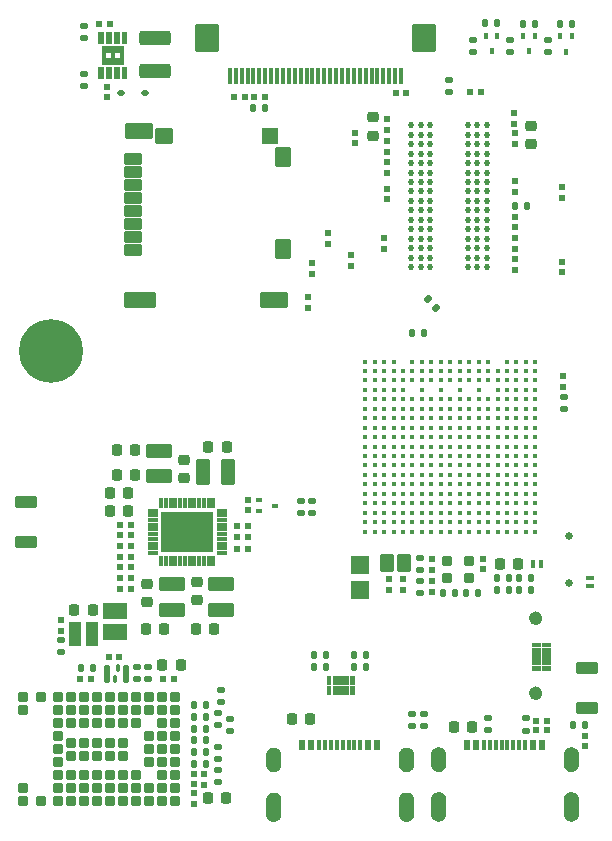
<source format=gbr>
%TF.GenerationSoftware,KiCad,Pcbnew,9.0.7*%
%TF.CreationDate,2026-01-26T18:53:02-07:00*%
%TF.ProjectId,MPU_MOD,4d50555f-4d4f-4442-9e6b-696361645f70,rev?*%
%TF.SameCoordinates,Original*%
%TF.FileFunction,Soldermask,Top*%
%TF.FilePolarity,Negative*%
%FSLAX46Y46*%
G04 Gerber Fmt 4.6, Leading zero omitted, Abs format (unit mm)*
G04 Created by KiCad (PCBNEW 9.0.7) date 2026-01-26 18:53:02*
%MOMM*%
%LPD*%
G01*
G04 APERTURE LIST*
G04 Aperture macros list*
%AMRoundRect*
0 Rectangle with rounded corners*
0 $1 Rounding radius*
0 $2 $3 $4 $5 $6 $7 $8 $9 X,Y pos of 4 corners*
0 Add a 4 corners polygon primitive as box body*
4,1,4,$2,$3,$4,$5,$6,$7,$8,$9,$2,$3,0*
0 Add four circle primitives for the rounded corners*
1,1,$1+$1,$2,$3*
1,1,$1+$1,$4,$5*
1,1,$1+$1,$6,$7*
1,1,$1+$1,$8,$9*
0 Add four rect primitives between the rounded corners*
20,1,$1+$1,$2,$3,$4,$5,0*
20,1,$1+$1,$4,$5,$6,$7,0*
20,1,$1+$1,$6,$7,$8,$9,0*
20,1,$1+$1,$8,$9,$2,$3,0*%
G04 Aperture macros list end*
%ADD10C,0.561000*%
%ADD11C,0.010000*%
%ADD12C,0.000000*%
%ADD13RoundRect,0.102000X-0.700000X0.700000X-0.700000X-0.700000X0.700000X-0.700000X0.700000X0.700000X0*%
%ADD14R,0.560000X0.510000*%
%ADD15RoundRect,0.225000X0.250000X-0.225000X0.250000X0.225000X-0.250000X0.225000X-0.250000X-0.225000X0*%
%ADD16R,0.510000X0.560000*%
%ADD17RoundRect,0.225000X-0.225000X-0.250000X0.225000X-0.250000X0.225000X0.250000X-0.225000X0.250000X0*%
%ADD18C,1.020000*%
%ADD19R,0.600000X0.900000*%
%ADD20R,0.300000X0.900000*%
%ADD21RoundRect,0.135000X-0.135000X-0.185000X0.135000X-0.185000X0.135000X0.185000X-0.135000X0.185000X0*%
%ADD22RoundRect,0.135000X0.135000X0.185000X-0.135000X0.185000X-0.135000X-0.185000X0.135000X-0.185000X0*%
%ADD23RoundRect,0.135000X0.185000X-0.135000X0.185000X0.135000X-0.185000X0.135000X-0.185000X-0.135000X0*%
%ADD24RoundRect,0.102000X-0.500000X-0.625000X0.500000X-0.625000X0.500000X0.625000X-0.500000X0.625000X0*%
%ADD25C,0.420000*%
%ADD26RoundRect,0.100000X0.155000X0.100000X-0.155000X0.100000X-0.155000X-0.100000X0.155000X-0.100000X0*%
%ADD27RoundRect,0.135000X-0.185000X0.135000X-0.185000X-0.135000X0.185000X-0.135000X0.185000X0.135000X0*%
%ADD28RoundRect,0.112500X-0.187500X-0.112500X0.187500X-0.112500X0.187500X0.112500X-0.187500X0.112500X0*%
%ADD29RoundRect,0.102000X0.300000X-0.300000X0.300000X0.300000X-0.300000X0.300000X-0.300000X-0.300000X0*%
%ADD30RoundRect,0.147500X0.147500X0.172500X-0.147500X0.172500X-0.147500X-0.172500X0.147500X-0.172500X0*%
%ADD31RoundRect,0.250000X-0.850000X0.375000X-0.850000X-0.375000X0.850000X-0.375000X0.850000X0.375000X0*%
%ADD32C,0.800000*%
%ADD33C,5.400000*%
%ADD34RoundRect,0.028750X-0.086250X0.391250X-0.086250X-0.391250X0.086250X-0.391250X0.086250X0.391250X0*%
%ADD35RoundRect,0.028750X-0.391250X0.086250X-0.391250X-0.086250X0.391250X-0.086250X0.391250X0.086250X0*%
%ADD36R,4.500000X3.500000*%
%ADD37RoundRect,0.250000X0.850000X-0.375000X0.850000X0.375000X-0.850000X0.375000X-0.850000X-0.375000X0*%
%ADD38RoundRect,0.225000X0.225000X0.250000X-0.225000X0.250000X-0.225000X-0.250000X0.225000X-0.250000X0*%
%ADD39RoundRect,0.250000X-0.375000X-0.850000X0.375000X-0.850000X0.375000X0.850000X-0.375000X0.850000X0*%
%ADD40RoundRect,0.102000X-1.100000X0.575000X-1.100000X-0.575000X1.100000X-0.575000X1.100000X0.575000X0*%
%ADD41RoundRect,0.102000X-0.600000X0.575000X-0.600000X-0.575000X0.600000X-0.575000X0.600000X0.575000X0*%
%ADD42RoundRect,0.102000X-0.575000X0.750000X-0.575000X-0.750000X0.575000X-0.750000X0.575000X0.750000X0*%
%ADD43RoundRect,0.102000X-1.250000X0.575000X-1.250000X-0.575000X1.250000X-0.575000X1.250000X0.575000X0*%
%ADD44RoundRect,0.102000X-0.620000X0.400000X-0.620000X-0.400000X0.620000X-0.400000X0.620000X0.400000X0*%
%ADD45RoundRect,0.102000X-0.625000X0.575000X-0.625000X-0.575000X0.625000X-0.575000X0.625000X0.575000X0*%
%ADD46RoundRect,0.059250X-0.472750X-0.177750X0.472750X-0.177750X0.472750X0.177750X-0.472750X0.177750X0*%
%ADD47RoundRect,0.225000X-0.250000X0.225000X-0.250000X-0.225000X0.250000X-0.225000X0.250000X0.225000X0*%
%ADD48RoundRect,0.102000X0.910000X-0.600000X0.910000X0.600000X-0.910000X0.600000X-0.910000X-0.600000X0*%
%ADD49RoundRect,0.250000X-1.075000X0.375000X-1.075000X-0.375000X1.075000X-0.375000X1.075000X0.375000X0*%
%ADD50RoundRect,0.218750X0.218750X0.256250X-0.218750X0.256250X-0.218750X-0.256250X0.218750X-0.256250X0*%
%ADD51RoundRect,0.200000X0.250000X-0.200000X0.250000X0.200000X-0.250000X0.200000X-0.250000X-0.200000X0*%
%ADD52RoundRect,0.147500X-0.147500X-0.172500X0.147500X-0.172500X0.147500X0.172500X-0.147500X0.172500X0*%
%ADD53RoundRect,0.050000X0.150000X0.650000X-0.150000X0.650000X-0.150000X-0.650000X0.150000X-0.650000X0*%
%ADD54RoundRect,0.102000X0.900000X1.100000X-0.900000X1.100000X-0.900000X-1.100000X0.900000X-1.100000X0*%
%ADD55R,0.350000X0.850000*%
%ADD56RoundRect,0.135000X0.226274X0.035355X0.035355X0.226274X-0.226274X-0.035355X-0.035355X-0.226274X0*%
%ADD57C,0.650000*%
%ADD58RoundRect,0.102000X0.850000X-0.400000X0.850000X0.400000X-0.850000X0.400000X-0.850000X-0.400000X0*%
%ADD59C,0.520000*%
%ADD60RoundRect,0.147500X-0.172500X0.147500X-0.172500X-0.147500X0.172500X-0.147500X0.172500X0.147500X0*%
%ADD61RoundRect,0.102000X-0.850000X0.400000X-0.850000X-0.400000X0.850000X-0.400000X0.850000X0.400000X0*%
%ADD62RoundRect,0.050000X-0.200000X-0.700000X0.200000X-0.700000X0.200000X0.700000X-0.200000X0.700000X0*%
%ADD63RoundRect,0.050000X-0.100000X-0.250000X0.100000X-0.250000X0.100000X0.250000X-0.100000X0.250000X0*%
%ADD64RoundRect,0.100000X0.100000X-0.155000X0.100000X0.155000X-0.100000X0.155000X-0.100000X-0.155000X0*%
%ADD65RoundRect,0.050000X0.150000X0.300000X-0.150000X0.300000X-0.150000X-0.300000X0.150000X-0.300000X0*%
%ADD66RoundRect,0.050000X-0.300000X0.150000X-0.300000X-0.150000X0.300000X-0.150000X0.300000X0.150000X0*%
G04 APERTURE END LIST*
%TO.C,J701*%
D10*
X104770500Y-111455000D02*
G75*
G02*
X104209500Y-111455000I-280500J0D01*
G01*
X104209500Y-111455000D02*
G75*
G02*
X104770500Y-111455000I280500J0D01*
G01*
X104770500Y-117805000D02*
G75*
G02*
X104209500Y-117805000I-280500J0D01*
G01*
X104209500Y-117805000D02*
G75*
G02*
X104770500Y-117805000I280500J0D01*
G01*
D11*
%TO.C,J1101*%
X82311000Y-122411000D02*
X82343000Y-122413000D01*
X82374000Y-122417000D01*
X82405000Y-122423000D01*
X82435000Y-122430000D01*
X82465000Y-122439000D01*
X82495000Y-122450000D01*
X82524000Y-122462000D01*
X82552000Y-122475000D01*
X82580000Y-122490000D01*
X82607000Y-122507000D01*
X82633000Y-122525000D01*
X82658000Y-122544000D01*
X82681000Y-122564000D01*
X82704000Y-122586000D01*
X82726000Y-122609000D01*
X82746000Y-122632000D01*
X82765000Y-122657000D01*
X82783000Y-122683000D01*
X82800000Y-122710000D01*
X82815000Y-122738000D01*
X82828000Y-122766000D01*
X82840000Y-122795000D01*
X82851000Y-122825000D01*
X82860000Y-122855000D01*
X82867000Y-122885000D01*
X82873000Y-122916000D01*
X82877000Y-122947000D01*
X82879000Y-122979000D01*
X82880000Y-123010000D01*
X82880000Y-123810000D01*
X82879000Y-123841000D01*
X82877000Y-123873000D01*
X82873000Y-123904000D01*
X82867000Y-123935000D01*
X82860000Y-123965000D01*
X82851000Y-123995000D01*
X82840000Y-124025000D01*
X82828000Y-124054000D01*
X82815000Y-124082000D01*
X82800000Y-124110000D01*
X82783000Y-124137000D01*
X82765000Y-124163000D01*
X82746000Y-124188000D01*
X82726000Y-124211000D01*
X82704000Y-124234000D01*
X82681000Y-124256000D01*
X82658000Y-124276000D01*
X82633000Y-124295000D01*
X82607000Y-124313000D01*
X82580000Y-124330000D01*
X82552000Y-124345000D01*
X82524000Y-124358000D01*
X82495000Y-124370000D01*
X82465000Y-124381000D01*
X82435000Y-124390000D01*
X82405000Y-124397000D01*
X82374000Y-124403000D01*
X82343000Y-124407000D01*
X82311000Y-124409000D01*
X82280000Y-124410000D01*
X82249000Y-124409000D01*
X82217000Y-124407000D01*
X82186000Y-124403000D01*
X82155000Y-124397000D01*
X82125000Y-124390000D01*
X82095000Y-124381000D01*
X82065000Y-124370000D01*
X82036000Y-124358000D01*
X82008000Y-124345000D01*
X81980000Y-124330000D01*
X81953000Y-124313000D01*
X81927000Y-124295000D01*
X81902000Y-124276000D01*
X81879000Y-124256000D01*
X81856000Y-124234000D01*
X81834000Y-124211000D01*
X81814000Y-124188000D01*
X81795000Y-124163000D01*
X81777000Y-124137000D01*
X81760000Y-124110000D01*
X81745000Y-124082000D01*
X81732000Y-124054000D01*
X81720000Y-124025000D01*
X81709000Y-123995000D01*
X81700000Y-123965000D01*
X81693000Y-123935000D01*
X81687000Y-123904000D01*
X81683000Y-123873000D01*
X81681000Y-123841000D01*
X81680000Y-123810000D01*
X81680000Y-123010000D01*
X81681000Y-122979000D01*
X81683000Y-122947000D01*
X81687000Y-122916000D01*
X81693000Y-122885000D01*
X81700000Y-122855000D01*
X81709000Y-122825000D01*
X81720000Y-122795000D01*
X81732000Y-122766000D01*
X81745000Y-122738000D01*
X81760000Y-122710000D01*
X81777000Y-122683000D01*
X81795000Y-122657000D01*
X81814000Y-122632000D01*
X81834000Y-122609000D01*
X81856000Y-122586000D01*
X81879000Y-122564000D01*
X81902000Y-122544000D01*
X81927000Y-122525000D01*
X81953000Y-122507000D01*
X81980000Y-122490000D01*
X82008000Y-122475000D01*
X82036000Y-122462000D01*
X82065000Y-122450000D01*
X82095000Y-122439000D01*
X82125000Y-122430000D01*
X82155000Y-122423000D01*
X82186000Y-122417000D01*
X82217000Y-122413000D01*
X82249000Y-122411000D01*
X82280000Y-122410000D01*
X82311000Y-122411000D01*
G36*
X82311000Y-122411000D02*
G01*
X82343000Y-122413000D01*
X82374000Y-122417000D01*
X82405000Y-122423000D01*
X82435000Y-122430000D01*
X82465000Y-122439000D01*
X82495000Y-122450000D01*
X82524000Y-122462000D01*
X82552000Y-122475000D01*
X82580000Y-122490000D01*
X82607000Y-122507000D01*
X82633000Y-122525000D01*
X82658000Y-122544000D01*
X82681000Y-122564000D01*
X82704000Y-122586000D01*
X82726000Y-122609000D01*
X82746000Y-122632000D01*
X82765000Y-122657000D01*
X82783000Y-122683000D01*
X82800000Y-122710000D01*
X82815000Y-122738000D01*
X82828000Y-122766000D01*
X82840000Y-122795000D01*
X82851000Y-122825000D01*
X82860000Y-122855000D01*
X82867000Y-122885000D01*
X82873000Y-122916000D01*
X82877000Y-122947000D01*
X82879000Y-122979000D01*
X82880000Y-123010000D01*
X82880000Y-123810000D01*
X82879000Y-123841000D01*
X82877000Y-123873000D01*
X82873000Y-123904000D01*
X82867000Y-123935000D01*
X82860000Y-123965000D01*
X82851000Y-123995000D01*
X82840000Y-124025000D01*
X82828000Y-124054000D01*
X82815000Y-124082000D01*
X82800000Y-124110000D01*
X82783000Y-124137000D01*
X82765000Y-124163000D01*
X82746000Y-124188000D01*
X82726000Y-124211000D01*
X82704000Y-124234000D01*
X82681000Y-124256000D01*
X82658000Y-124276000D01*
X82633000Y-124295000D01*
X82607000Y-124313000D01*
X82580000Y-124330000D01*
X82552000Y-124345000D01*
X82524000Y-124358000D01*
X82495000Y-124370000D01*
X82465000Y-124381000D01*
X82435000Y-124390000D01*
X82405000Y-124397000D01*
X82374000Y-124403000D01*
X82343000Y-124407000D01*
X82311000Y-124409000D01*
X82280000Y-124410000D01*
X82249000Y-124409000D01*
X82217000Y-124407000D01*
X82186000Y-124403000D01*
X82155000Y-124397000D01*
X82125000Y-124390000D01*
X82095000Y-124381000D01*
X82065000Y-124370000D01*
X82036000Y-124358000D01*
X82008000Y-124345000D01*
X81980000Y-124330000D01*
X81953000Y-124313000D01*
X81927000Y-124295000D01*
X81902000Y-124276000D01*
X81879000Y-124256000D01*
X81856000Y-124234000D01*
X81834000Y-124211000D01*
X81814000Y-124188000D01*
X81795000Y-124163000D01*
X81777000Y-124137000D01*
X81760000Y-124110000D01*
X81745000Y-124082000D01*
X81732000Y-124054000D01*
X81720000Y-124025000D01*
X81709000Y-123995000D01*
X81700000Y-123965000D01*
X81693000Y-123935000D01*
X81687000Y-123904000D01*
X81683000Y-123873000D01*
X81681000Y-123841000D01*
X81680000Y-123810000D01*
X81680000Y-123010000D01*
X81681000Y-122979000D01*
X81683000Y-122947000D01*
X81687000Y-122916000D01*
X81693000Y-122885000D01*
X81700000Y-122855000D01*
X81709000Y-122825000D01*
X81720000Y-122795000D01*
X81732000Y-122766000D01*
X81745000Y-122738000D01*
X81760000Y-122710000D01*
X81777000Y-122683000D01*
X81795000Y-122657000D01*
X81814000Y-122632000D01*
X81834000Y-122609000D01*
X81856000Y-122586000D01*
X81879000Y-122564000D01*
X81902000Y-122544000D01*
X81927000Y-122525000D01*
X81953000Y-122507000D01*
X81980000Y-122490000D01*
X82008000Y-122475000D01*
X82036000Y-122462000D01*
X82065000Y-122450000D01*
X82095000Y-122439000D01*
X82125000Y-122430000D01*
X82155000Y-122423000D01*
X82186000Y-122417000D01*
X82217000Y-122413000D01*
X82249000Y-122411000D01*
X82280000Y-122410000D01*
X82311000Y-122411000D01*
G37*
X82311000Y-126211000D02*
X82343000Y-126213000D01*
X82374000Y-126217000D01*
X82405000Y-126223000D01*
X82435000Y-126230000D01*
X82465000Y-126239000D01*
X82495000Y-126250000D01*
X82524000Y-126262000D01*
X82552000Y-126275000D01*
X82580000Y-126290000D01*
X82607000Y-126307000D01*
X82633000Y-126325000D01*
X82658000Y-126344000D01*
X82681000Y-126364000D01*
X82704000Y-126386000D01*
X82726000Y-126409000D01*
X82746000Y-126432000D01*
X82765000Y-126457000D01*
X82783000Y-126483000D01*
X82800000Y-126510000D01*
X82815000Y-126538000D01*
X82828000Y-126566000D01*
X82840000Y-126595000D01*
X82851000Y-126625000D01*
X82860000Y-126655000D01*
X82867000Y-126685000D01*
X82873000Y-126716000D01*
X82877000Y-126747000D01*
X82879000Y-126779000D01*
X82880000Y-126810000D01*
X82880000Y-128010000D01*
X82879000Y-128041000D01*
X82877000Y-128073000D01*
X82873000Y-128104000D01*
X82867000Y-128135000D01*
X82860000Y-128165000D01*
X82851000Y-128195000D01*
X82840000Y-128225000D01*
X82828000Y-128254000D01*
X82815000Y-128282000D01*
X82800000Y-128310000D01*
X82783000Y-128337000D01*
X82765000Y-128363000D01*
X82746000Y-128388000D01*
X82726000Y-128411000D01*
X82704000Y-128434000D01*
X82681000Y-128456000D01*
X82658000Y-128476000D01*
X82633000Y-128495000D01*
X82607000Y-128513000D01*
X82580000Y-128530000D01*
X82552000Y-128545000D01*
X82524000Y-128558000D01*
X82495000Y-128570000D01*
X82465000Y-128581000D01*
X82435000Y-128590000D01*
X82405000Y-128597000D01*
X82374000Y-128603000D01*
X82343000Y-128607000D01*
X82311000Y-128609000D01*
X82280000Y-128610000D01*
X82249000Y-128609000D01*
X82217000Y-128607000D01*
X82186000Y-128603000D01*
X82155000Y-128597000D01*
X82125000Y-128590000D01*
X82095000Y-128581000D01*
X82065000Y-128570000D01*
X82036000Y-128558000D01*
X82008000Y-128545000D01*
X81980000Y-128530000D01*
X81953000Y-128513000D01*
X81927000Y-128495000D01*
X81902000Y-128476000D01*
X81879000Y-128456000D01*
X81856000Y-128434000D01*
X81834000Y-128411000D01*
X81814000Y-128388000D01*
X81795000Y-128363000D01*
X81777000Y-128337000D01*
X81760000Y-128310000D01*
X81745000Y-128282000D01*
X81732000Y-128254000D01*
X81720000Y-128225000D01*
X81709000Y-128195000D01*
X81700000Y-128165000D01*
X81693000Y-128135000D01*
X81687000Y-128104000D01*
X81683000Y-128073000D01*
X81681000Y-128041000D01*
X81680000Y-128010000D01*
X81680000Y-126810000D01*
X81681000Y-126779000D01*
X81683000Y-126747000D01*
X81687000Y-126716000D01*
X81693000Y-126685000D01*
X81700000Y-126655000D01*
X81709000Y-126625000D01*
X81720000Y-126595000D01*
X81732000Y-126566000D01*
X81745000Y-126538000D01*
X81760000Y-126510000D01*
X81777000Y-126483000D01*
X81795000Y-126457000D01*
X81814000Y-126432000D01*
X81834000Y-126409000D01*
X81856000Y-126386000D01*
X81879000Y-126364000D01*
X81902000Y-126344000D01*
X81927000Y-126325000D01*
X81953000Y-126307000D01*
X81980000Y-126290000D01*
X82008000Y-126275000D01*
X82036000Y-126262000D01*
X82065000Y-126250000D01*
X82095000Y-126239000D01*
X82125000Y-126230000D01*
X82155000Y-126223000D01*
X82186000Y-126217000D01*
X82217000Y-126213000D01*
X82249000Y-126211000D01*
X82280000Y-126210000D01*
X82311000Y-126211000D01*
G36*
X82311000Y-126211000D02*
G01*
X82343000Y-126213000D01*
X82374000Y-126217000D01*
X82405000Y-126223000D01*
X82435000Y-126230000D01*
X82465000Y-126239000D01*
X82495000Y-126250000D01*
X82524000Y-126262000D01*
X82552000Y-126275000D01*
X82580000Y-126290000D01*
X82607000Y-126307000D01*
X82633000Y-126325000D01*
X82658000Y-126344000D01*
X82681000Y-126364000D01*
X82704000Y-126386000D01*
X82726000Y-126409000D01*
X82746000Y-126432000D01*
X82765000Y-126457000D01*
X82783000Y-126483000D01*
X82800000Y-126510000D01*
X82815000Y-126538000D01*
X82828000Y-126566000D01*
X82840000Y-126595000D01*
X82851000Y-126625000D01*
X82860000Y-126655000D01*
X82867000Y-126685000D01*
X82873000Y-126716000D01*
X82877000Y-126747000D01*
X82879000Y-126779000D01*
X82880000Y-126810000D01*
X82880000Y-128010000D01*
X82879000Y-128041000D01*
X82877000Y-128073000D01*
X82873000Y-128104000D01*
X82867000Y-128135000D01*
X82860000Y-128165000D01*
X82851000Y-128195000D01*
X82840000Y-128225000D01*
X82828000Y-128254000D01*
X82815000Y-128282000D01*
X82800000Y-128310000D01*
X82783000Y-128337000D01*
X82765000Y-128363000D01*
X82746000Y-128388000D01*
X82726000Y-128411000D01*
X82704000Y-128434000D01*
X82681000Y-128456000D01*
X82658000Y-128476000D01*
X82633000Y-128495000D01*
X82607000Y-128513000D01*
X82580000Y-128530000D01*
X82552000Y-128545000D01*
X82524000Y-128558000D01*
X82495000Y-128570000D01*
X82465000Y-128581000D01*
X82435000Y-128590000D01*
X82405000Y-128597000D01*
X82374000Y-128603000D01*
X82343000Y-128607000D01*
X82311000Y-128609000D01*
X82280000Y-128610000D01*
X82249000Y-128609000D01*
X82217000Y-128607000D01*
X82186000Y-128603000D01*
X82155000Y-128597000D01*
X82125000Y-128590000D01*
X82095000Y-128581000D01*
X82065000Y-128570000D01*
X82036000Y-128558000D01*
X82008000Y-128545000D01*
X81980000Y-128530000D01*
X81953000Y-128513000D01*
X81927000Y-128495000D01*
X81902000Y-128476000D01*
X81879000Y-128456000D01*
X81856000Y-128434000D01*
X81834000Y-128411000D01*
X81814000Y-128388000D01*
X81795000Y-128363000D01*
X81777000Y-128337000D01*
X81760000Y-128310000D01*
X81745000Y-128282000D01*
X81732000Y-128254000D01*
X81720000Y-128225000D01*
X81709000Y-128195000D01*
X81700000Y-128165000D01*
X81693000Y-128135000D01*
X81687000Y-128104000D01*
X81683000Y-128073000D01*
X81681000Y-128041000D01*
X81680000Y-128010000D01*
X81680000Y-126810000D01*
X81681000Y-126779000D01*
X81683000Y-126747000D01*
X81687000Y-126716000D01*
X81693000Y-126685000D01*
X81700000Y-126655000D01*
X81709000Y-126625000D01*
X81720000Y-126595000D01*
X81732000Y-126566000D01*
X81745000Y-126538000D01*
X81760000Y-126510000D01*
X81777000Y-126483000D01*
X81795000Y-126457000D01*
X81814000Y-126432000D01*
X81834000Y-126409000D01*
X81856000Y-126386000D01*
X81879000Y-126364000D01*
X81902000Y-126344000D01*
X81927000Y-126325000D01*
X81953000Y-126307000D01*
X81980000Y-126290000D01*
X82008000Y-126275000D01*
X82036000Y-126262000D01*
X82065000Y-126250000D01*
X82095000Y-126239000D01*
X82125000Y-126230000D01*
X82155000Y-126223000D01*
X82186000Y-126217000D01*
X82217000Y-126213000D01*
X82249000Y-126211000D01*
X82280000Y-126210000D01*
X82311000Y-126211000D01*
G37*
X93551000Y-122411000D02*
X93583000Y-122413000D01*
X93614000Y-122417000D01*
X93645000Y-122423000D01*
X93675000Y-122430000D01*
X93705000Y-122439000D01*
X93735000Y-122450000D01*
X93764000Y-122462000D01*
X93792000Y-122475000D01*
X93820000Y-122490000D01*
X93847000Y-122507000D01*
X93873000Y-122525000D01*
X93898000Y-122544000D01*
X93921000Y-122564000D01*
X93944000Y-122586000D01*
X93966000Y-122609000D01*
X93986000Y-122632000D01*
X94005000Y-122657000D01*
X94023000Y-122683000D01*
X94040000Y-122710000D01*
X94055000Y-122738000D01*
X94068000Y-122766000D01*
X94080000Y-122795000D01*
X94091000Y-122825000D01*
X94100000Y-122855000D01*
X94107000Y-122885000D01*
X94113000Y-122916000D01*
X94117000Y-122947000D01*
X94119000Y-122979000D01*
X94120000Y-123010000D01*
X94120000Y-123810000D01*
X94119000Y-123841000D01*
X94117000Y-123873000D01*
X94113000Y-123904000D01*
X94107000Y-123935000D01*
X94100000Y-123965000D01*
X94091000Y-123995000D01*
X94080000Y-124025000D01*
X94068000Y-124054000D01*
X94055000Y-124082000D01*
X94040000Y-124110000D01*
X94023000Y-124137000D01*
X94005000Y-124163000D01*
X93986000Y-124188000D01*
X93966000Y-124211000D01*
X93944000Y-124234000D01*
X93921000Y-124256000D01*
X93898000Y-124276000D01*
X93873000Y-124295000D01*
X93847000Y-124313000D01*
X93820000Y-124330000D01*
X93792000Y-124345000D01*
X93764000Y-124358000D01*
X93735000Y-124370000D01*
X93705000Y-124381000D01*
X93675000Y-124390000D01*
X93645000Y-124397000D01*
X93614000Y-124403000D01*
X93583000Y-124407000D01*
X93551000Y-124409000D01*
X93520000Y-124410000D01*
X93489000Y-124409000D01*
X93457000Y-124407000D01*
X93426000Y-124403000D01*
X93395000Y-124397000D01*
X93365000Y-124390000D01*
X93335000Y-124381000D01*
X93305000Y-124370000D01*
X93276000Y-124358000D01*
X93248000Y-124345000D01*
X93220000Y-124330000D01*
X93193000Y-124313000D01*
X93167000Y-124295000D01*
X93142000Y-124276000D01*
X93119000Y-124256000D01*
X93096000Y-124234000D01*
X93074000Y-124211000D01*
X93054000Y-124188000D01*
X93035000Y-124163000D01*
X93017000Y-124137000D01*
X93000000Y-124110000D01*
X92985000Y-124082000D01*
X92972000Y-124054000D01*
X92960000Y-124025000D01*
X92949000Y-123995000D01*
X92940000Y-123965000D01*
X92933000Y-123935000D01*
X92927000Y-123904000D01*
X92923000Y-123873000D01*
X92921000Y-123841000D01*
X92920000Y-123810000D01*
X92920000Y-123010000D01*
X92921000Y-122979000D01*
X92923000Y-122947000D01*
X92927000Y-122916000D01*
X92933000Y-122885000D01*
X92940000Y-122855000D01*
X92949000Y-122825000D01*
X92960000Y-122795000D01*
X92972000Y-122766000D01*
X92985000Y-122738000D01*
X93000000Y-122710000D01*
X93017000Y-122683000D01*
X93035000Y-122657000D01*
X93054000Y-122632000D01*
X93074000Y-122609000D01*
X93096000Y-122586000D01*
X93119000Y-122564000D01*
X93142000Y-122544000D01*
X93167000Y-122525000D01*
X93193000Y-122507000D01*
X93220000Y-122490000D01*
X93248000Y-122475000D01*
X93276000Y-122462000D01*
X93305000Y-122450000D01*
X93335000Y-122439000D01*
X93365000Y-122430000D01*
X93395000Y-122423000D01*
X93426000Y-122417000D01*
X93457000Y-122413000D01*
X93489000Y-122411000D01*
X93520000Y-122410000D01*
X93551000Y-122411000D01*
G36*
X93551000Y-122411000D02*
G01*
X93583000Y-122413000D01*
X93614000Y-122417000D01*
X93645000Y-122423000D01*
X93675000Y-122430000D01*
X93705000Y-122439000D01*
X93735000Y-122450000D01*
X93764000Y-122462000D01*
X93792000Y-122475000D01*
X93820000Y-122490000D01*
X93847000Y-122507000D01*
X93873000Y-122525000D01*
X93898000Y-122544000D01*
X93921000Y-122564000D01*
X93944000Y-122586000D01*
X93966000Y-122609000D01*
X93986000Y-122632000D01*
X94005000Y-122657000D01*
X94023000Y-122683000D01*
X94040000Y-122710000D01*
X94055000Y-122738000D01*
X94068000Y-122766000D01*
X94080000Y-122795000D01*
X94091000Y-122825000D01*
X94100000Y-122855000D01*
X94107000Y-122885000D01*
X94113000Y-122916000D01*
X94117000Y-122947000D01*
X94119000Y-122979000D01*
X94120000Y-123010000D01*
X94120000Y-123810000D01*
X94119000Y-123841000D01*
X94117000Y-123873000D01*
X94113000Y-123904000D01*
X94107000Y-123935000D01*
X94100000Y-123965000D01*
X94091000Y-123995000D01*
X94080000Y-124025000D01*
X94068000Y-124054000D01*
X94055000Y-124082000D01*
X94040000Y-124110000D01*
X94023000Y-124137000D01*
X94005000Y-124163000D01*
X93986000Y-124188000D01*
X93966000Y-124211000D01*
X93944000Y-124234000D01*
X93921000Y-124256000D01*
X93898000Y-124276000D01*
X93873000Y-124295000D01*
X93847000Y-124313000D01*
X93820000Y-124330000D01*
X93792000Y-124345000D01*
X93764000Y-124358000D01*
X93735000Y-124370000D01*
X93705000Y-124381000D01*
X93675000Y-124390000D01*
X93645000Y-124397000D01*
X93614000Y-124403000D01*
X93583000Y-124407000D01*
X93551000Y-124409000D01*
X93520000Y-124410000D01*
X93489000Y-124409000D01*
X93457000Y-124407000D01*
X93426000Y-124403000D01*
X93395000Y-124397000D01*
X93365000Y-124390000D01*
X93335000Y-124381000D01*
X93305000Y-124370000D01*
X93276000Y-124358000D01*
X93248000Y-124345000D01*
X93220000Y-124330000D01*
X93193000Y-124313000D01*
X93167000Y-124295000D01*
X93142000Y-124276000D01*
X93119000Y-124256000D01*
X93096000Y-124234000D01*
X93074000Y-124211000D01*
X93054000Y-124188000D01*
X93035000Y-124163000D01*
X93017000Y-124137000D01*
X93000000Y-124110000D01*
X92985000Y-124082000D01*
X92972000Y-124054000D01*
X92960000Y-124025000D01*
X92949000Y-123995000D01*
X92940000Y-123965000D01*
X92933000Y-123935000D01*
X92927000Y-123904000D01*
X92923000Y-123873000D01*
X92921000Y-123841000D01*
X92920000Y-123810000D01*
X92920000Y-123010000D01*
X92921000Y-122979000D01*
X92923000Y-122947000D01*
X92927000Y-122916000D01*
X92933000Y-122885000D01*
X92940000Y-122855000D01*
X92949000Y-122825000D01*
X92960000Y-122795000D01*
X92972000Y-122766000D01*
X92985000Y-122738000D01*
X93000000Y-122710000D01*
X93017000Y-122683000D01*
X93035000Y-122657000D01*
X93054000Y-122632000D01*
X93074000Y-122609000D01*
X93096000Y-122586000D01*
X93119000Y-122564000D01*
X93142000Y-122544000D01*
X93167000Y-122525000D01*
X93193000Y-122507000D01*
X93220000Y-122490000D01*
X93248000Y-122475000D01*
X93276000Y-122462000D01*
X93305000Y-122450000D01*
X93335000Y-122439000D01*
X93365000Y-122430000D01*
X93395000Y-122423000D01*
X93426000Y-122417000D01*
X93457000Y-122413000D01*
X93489000Y-122411000D01*
X93520000Y-122410000D01*
X93551000Y-122411000D01*
G37*
X93551000Y-126211000D02*
X93583000Y-126213000D01*
X93614000Y-126217000D01*
X93645000Y-126223000D01*
X93675000Y-126230000D01*
X93705000Y-126239000D01*
X93735000Y-126250000D01*
X93764000Y-126262000D01*
X93792000Y-126275000D01*
X93820000Y-126290000D01*
X93847000Y-126307000D01*
X93873000Y-126325000D01*
X93898000Y-126344000D01*
X93921000Y-126364000D01*
X93944000Y-126386000D01*
X93966000Y-126409000D01*
X93986000Y-126432000D01*
X94005000Y-126457000D01*
X94023000Y-126483000D01*
X94040000Y-126510000D01*
X94055000Y-126538000D01*
X94068000Y-126566000D01*
X94080000Y-126595000D01*
X94091000Y-126625000D01*
X94100000Y-126655000D01*
X94107000Y-126685000D01*
X94113000Y-126716000D01*
X94117000Y-126747000D01*
X94119000Y-126779000D01*
X94120000Y-126810000D01*
X94120000Y-127410000D01*
X94120000Y-128010000D01*
X94119000Y-128041000D01*
X94117000Y-128073000D01*
X94113000Y-128104000D01*
X94107000Y-128135000D01*
X94100000Y-128165000D01*
X94091000Y-128195000D01*
X94080000Y-128225000D01*
X94068000Y-128254000D01*
X94055000Y-128282000D01*
X94040000Y-128310000D01*
X94023000Y-128337000D01*
X94005000Y-128363000D01*
X93986000Y-128388000D01*
X93966000Y-128411000D01*
X93944000Y-128434000D01*
X93921000Y-128456000D01*
X93898000Y-128476000D01*
X93873000Y-128495000D01*
X93847000Y-128513000D01*
X93820000Y-128530000D01*
X93792000Y-128545000D01*
X93764000Y-128558000D01*
X93735000Y-128570000D01*
X93705000Y-128581000D01*
X93675000Y-128590000D01*
X93645000Y-128597000D01*
X93614000Y-128603000D01*
X93583000Y-128607000D01*
X93551000Y-128609000D01*
X93520000Y-128610000D01*
X93489000Y-128609000D01*
X93457000Y-128607000D01*
X93426000Y-128603000D01*
X93395000Y-128597000D01*
X93365000Y-128590000D01*
X93335000Y-128581000D01*
X93305000Y-128570000D01*
X93276000Y-128558000D01*
X93248000Y-128545000D01*
X93220000Y-128530000D01*
X93193000Y-128513000D01*
X93167000Y-128495000D01*
X93142000Y-128476000D01*
X93119000Y-128456000D01*
X93096000Y-128434000D01*
X93074000Y-128411000D01*
X93054000Y-128388000D01*
X93035000Y-128363000D01*
X93017000Y-128337000D01*
X93000000Y-128310000D01*
X92985000Y-128282000D01*
X92972000Y-128254000D01*
X92960000Y-128225000D01*
X92949000Y-128195000D01*
X92940000Y-128165000D01*
X92933000Y-128135000D01*
X92927000Y-128104000D01*
X92923000Y-128073000D01*
X92921000Y-128041000D01*
X92920000Y-128010000D01*
X92920000Y-127410000D01*
X92920000Y-126810000D01*
X92921000Y-126779000D01*
X92923000Y-126747000D01*
X92927000Y-126716000D01*
X92933000Y-126685000D01*
X92940000Y-126655000D01*
X92949000Y-126625000D01*
X92960000Y-126595000D01*
X92972000Y-126566000D01*
X92985000Y-126538000D01*
X93000000Y-126510000D01*
X93017000Y-126483000D01*
X93035000Y-126457000D01*
X93054000Y-126432000D01*
X93074000Y-126409000D01*
X93096000Y-126386000D01*
X93119000Y-126364000D01*
X93142000Y-126344000D01*
X93167000Y-126325000D01*
X93193000Y-126307000D01*
X93220000Y-126290000D01*
X93248000Y-126275000D01*
X93276000Y-126262000D01*
X93305000Y-126250000D01*
X93335000Y-126239000D01*
X93365000Y-126230000D01*
X93395000Y-126223000D01*
X93426000Y-126217000D01*
X93457000Y-126213000D01*
X93489000Y-126211000D01*
X93520000Y-126210000D01*
X93551000Y-126211000D01*
G36*
X93551000Y-126211000D02*
G01*
X93583000Y-126213000D01*
X93614000Y-126217000D01*
X93645000Y-126223000D01*
X93675000Y-126230000D01*
X93705000Y-126239000D01*
X93735000Y-126250000D01*
X93764000Y-126262000D01*
X93792000Y-126275000D01*
X93820000Y-126290000D01*
X93847000Y-126307000D01*
X93873000Y-126325000D01*
X93898000Y-126344000D01*
X93921000Y-126364000D01*
X93944000Y-126386000D01*
X93966000Y-126409000D01*
X93986000Y-126432000D01*
X94005000Y-126457000D01*
X94023000Y-126483000D01*
X94040000Y-126510000D01*
X94055000Y-126538000D01*
X94068000Y-126566000D01*
X94080000Y-126595000D01*
X94091000Y-126625000D01*
X94100000Y-126655000D01*
X94107000Y-126685000D01*
X94113000Y-126716000D01*
X94117000Y-126747000D01*
X94119000Y-126779000D01*
X94120000Y-126810000D01*
X94120000Y-127410000D01*
X94120000Y-128010000D01*
X94119000Y-128041000D01*
X94117000Y-128073000D01*
X94113000Y-128104000D01*
X94107000Y-128135000D01*
X94100000Y-128165000D01*
X94091000Y-128195000D01*
X94080000Y-128225000D01*
X94068000Y-128254000D01*
X94055000Y-128282000D01*
X94040000Y-128310000D01*
X94023000Y-128337000D01*
X94005000Y-128363000D01*
X93986000Y-128388000D01*
X93966000Y-128411000D01*
X93944000Y-128434000D01*
X93921000Y-128456000D01*
X93898000Y-128476000D01*
X93873000Y-128495000D01*
X93847000Y-128513000D01*
X93820000Y-128530000D01*
X93792000Y-128545000D01*
X93764000Y-128558000D01*
X93735000Y-128570000D01*
X93705000Y-128581000D01*
X93675000Y-128590000D01*
X93645000Y-128597000D01*
X93614000Y-128603000D01*
X93583000Y-128607000D01*
X93551000Y-128609000D01*
X93520000Y-128610000D01*
X93489000Y-128609000D01*
X93457000Y-128607000D01*
X93426000Y-128603000D01*
X93395000Y-128597000D01*
X93365000Y-128590000D01*
X93335000Y-128581000D01*
X93305000Y-128570000D01*
X93276000Y-128558000D01*
X93248000Y-128545000D01*
X93220000Y-128530000D01*
X93193000Y-128513000D01*
X93167000Y-128495000D01*
X93142000Y-128476000D01*
X93119000Y-128456000D01*
X93096000Y-128434000D01*
X93074000Y-128411000D01*
X93054000Y-128388000D01*
X93035000Y-128363000D01*
X93017000Y-128337000D01*
X93000000Y-128310000D01*
X92985000Y-128282000D01*
X92972000Y-128254000D01*
X92960000Y-128225000D01*
X92949000Y-128195000D01*
X92940000Y-128165000D01*
X92933000Y-128135000D01*
X92927000Y-128104000D01*
X92923000Y-128073000D01*
X92921000Y-128041000D01*
X92920000Y-128010000D01*
X92920000Y-127410000D01*
X92920000Y-126810000D01*
X92921000Y-126779000D01*
X92923000Y-126747000D01*
X92927000Y-126716000D01*
X92933000Y-126685000D01*
X92940000Y-126655000D01*
X92949000Y-126625000D01*
X92960000Y-126595000D01*
X92972000Y-126566000D01*
X92985000Y-126538000D01*
X93000000Y-126510000D01*
X93017000Y-126483000D01*
X93035000Y-126457000D01*
X93054000Y-126432000D01*
X93074000Y-126409000D01*
X93096000Y-126386000D01*
X93119000Y-126364000D01*
X93142000Y-126344000D01*
X93167000Y-126325000D01*
X93193000Y-126307000D01*
X93220000Y-126290000D01*
X93248000Y-126275000D01*
X93276000Y-126262000D01*
X93305000Y-126250000D01*
X93335000Y-126239000D01*
X93365000Y-126230000D01*
X93395000Y-126223000D01*
X93426000Y-126217000D01*
X93457000Y-126213000D01*
X93489000Y-126211000D01*
X93520000Y-126210000D01*
X93551000Y-126211000D01*
G37*
%TO.C,U1101*%
X87100000Y-117020000D02*
X86800000Y-117020000D01*
X86800000Y-116340000D01*
X87100000Y-116340000D01*
X87100000Y-117020000D01*
G36*
X87100000Y-117020000D02*
G01*
X86800000Y-117020000D01*
X86800000Y-116340000D01*
X87100000Y-116340000D01*
X87100000Y-117020000D01*
G37*
X87100000Y-117840000D02*
X86800000Y-117840000D01*
X86800000Y-117160000D01*
X87100000Y-117160000D01*
X87100000Y-117840000D01*
G36*
X87100000Y-117840000D02*
G01*
X86800000Y-117840000D01*
X86800000Y-117160000D01*
X87100000Y-117160000D01*
X87100000Y-117840000D01*
G37*
X87600000Y-117020000D02*
X87300000Y-117020000D01*
X87300000Y-116340000D01*
X87600000Y-116340000D01*
X87600000Y-117020000D01*
G36*
X87600000Y-117020000D02*
G01*
X87300000Y-117020000D01*
X87300000Y-116340000D01*
X87600000Y-116340000D01*
X87600000Y-117020000D01*
G37*
X87600000Y-117840000D02*
X87300000Y-117840000D01*
X87300000Y-117160000D01*
X87600000Y-117160000D01*
X87600000Y-117840000D01*
G36*
X87600000Y-117840000D02*
G01*
X87300000Y-117840000D01*
X87300000Y-117160000D01*
X87600000Y-117160000D01*
X87600000Y-117840000D01*
G37*
X88200000Y-117020000D02*
X87700000Y-117020000D01*
X87700000Y-116340000D01*
X88200000Y-116340000D01*
X88200000Y-117020000D01*
G36*
X88200000Y-117020000D02*
G01*
X87700000Y-117020000D01*
X87700000Y-116340000D01*
X88200000Y-116340000D01*
X88200000Y-117020000D01*
G37*
X88200000Y-117840000D02*
X87700000Y-117840000D01*
X87700000Y-117160000D01*
X88200000Y-117160000D01*
X88200000Y-117840000D01*
G36*
X88200000Y-117840000D02*
G01*
X87700000Y-117840000D01*
X87700000Y-117160000D01*
X88200000Y-117160000D01*
X88200000Y-117840000D01*
G37*
X88600000Y-117020000D02*
X88300000Y-117020000D01*
X88300000Y-116340000D01*
X88600000Y-116340000D01*
X88600000Y-117020000D01*
G36*
X88600000Y-117020000D02*
G01*
X88300000Y-117020000D01*
X88300000Y-116340000D01*
X88600000Y-116340000D01*
X88600000Y-117020000D01*
G37*
X88600000Y-117840000D02*
X88300000Y-117840000D01*
X88300000Y-117160000D01*
X88600000Y-117160000D01*
X88600000Y-117840000D01*
G36*
X88600000Y-117840000D02*
G01*
X88300000Y-117840000D01*
X88300000Y-117160000D01*
X88600000Y-117160000D01*
X88600000Y-117840000D01*
G37*
X89100000Y-117020000D02*
X88800000Y-117020000D01*
X88800000Y-116340000D01*
X89100000Y-116340000D01*
X89100000Y-117020000D01*
G36*
X89100000Y-117020000D02*
G01*
X88800000Y-117020000D01*
X88800000Y-116340000D01*
X89100000Y-116340000D01*
X89100000Y-117020000D01*
G37*
X89100000Y-117840000D02*
X88800000Y-117840000D01*
X88800000Y-117160000D01*
X89100000Y-117160000D01*
X89100000Y-117840000D01*
G36*
X89100000Y-117840000D02*
G01*
X88800000Y-117840000D01*
X88800000Y-117160000D01*
X89100000Y-117160000D01*
X89100000Y-117840000D01*
G37*
D12*
%TO.C,U1001*%
G36*
X67969999Y-62819999D02*
G01*
X67480000Y-62819999D01*
X67480000Y-61830001D01*
X67969999Y-61830001D01*
X67969999Y-62819999D01*
G37*
G36*
X67969999Y-65769999D02*
G01*
X67480000Y-65769999D01*
X67480000Y-64780001D01*
X67969999Y-64780001D01*
X67969999Y-65769999D01*
G37*
G36*
X68106300Y-64613500D02*
G01*
X67761500Y-64613500D01*
X67761500Y-62986500D01*
X68106300Y-62986500D01*
X68106300Y-64613500D01*
G37*
G36*
X68620000Y-62819999D02*
G01*
X68130001Y-62819999D01*
X68130001Y-61830001D01*
X68620000Y-61830001D01*
X68620000Y-62819999D01*
G37*
G36*
X68620000Y-65769999D02*
G01*
X68130001Y-65769999D01*
X68130001Y-64780001D01*
X68620000Y-64780001D01*
X68620000Y-65769999D01*
G37*
G36*
X68893700Y-64613500D02*
G01*
X68506300Y-64613500D01*
X68506300Y-62986500D01*
X68893700Y-62986500D01*
X68893700Y-64613500D01*
G37*
G36*
X69269999Y-62819999D02*
G01*
X68780000Y-62819999D01*
X68780000Y-61830001D01*
X69269999Y-61830001D01*
X69269999Y-62819999D01*
G37*
G36*
X69269999Y-65769999D02*
G01*
X68780000Y-65769999D01*
X68780000Y-64780001D01*
X69269999Y-64780001D01*
X69269999Y-65769999D01*
G37*
G36*
X69638500Y-63600000D02*
G01*
X67761500Y-63600000D01*
X67761500Y-62986500D01*
X69638500Y-62986500D01*
X69638500Y-63600000D01*
G37*
G36*
X69638500Y-64613500D02*
G01*
X69293700Y-64613500D01*
X69293700Y-62986500D01*
X69638500Y-62986500D01*
X69638500Y-64613500D01*
G37*
G36*
X69638500Y-64613500D02*
G01*
X67761500Y-64613500D01*
X67761500Y-64000000D01*
X69638500Y-64000000D01*
X69638500Y-64613500D01*
G37*
G36*
X69920000Y-62819999D02*
G01*
X69430001Y-62819999D01*
X69430001Y-61830001D01*
X69920000Y-61830001D01*
X69920000Y-62819999D01*
G37*
G36*
X69920000Y-65769999D02*
G01*
X69430001Y-65769999D01*
X69430001Y-64780001D01*
X69920000Y-64780001D01*
X69920000Y-65769999D01*
G37*
D11*
%TO.C,J1*%
X96271000Y-122388500D02*
X96303000Y-122390500D01*
X96334000Y-122394500D01*
X96365000Y-122400500D01*
X96395000Y-122407500D01*
X96425000Y-122416500D01*
X96455000Y-122427500D01*
X96484000Y-122439500D01*
X96512000Y-122452500D01*
X96540000Y-122467500D01*
X96567000Y-122484500D01*
X96593000Y-122502500D01*
X96618000Y-122521500D01*
X96641000Y-122541500D01*
X96664000Y-122563500D01*
X96686000Y-122586500D01*
X96706000Y-122609500D01*
X96725000Y-122634500D01*
X96743000Y-122660500D01*
X96760000Y-122687500D01*
X96775000Y-122715500D01*
X96788000Y-122743500D01*
X96800000Y-122772500D01*
X96811000Y-122802500D01*
X96820000Y-122832500D01*
X96827000Y-122862500D01*
X96833000Y-122893500D01*
X96837000Y-122924500D01*
X96839000Y-122956500D01*
X96840000Y-122987500D01*
X96840000Y-123787500D01*
X96839000Y-123818500D01*
X96837000Y-123850500D01*
X96833000Y-123881500D01*
X96827000Y-123912500D01*
X96820000Y-123942500D01*
X96811000Y-123972500D01*
X96800000Y-124002500D01*
X96788000Y-124031500D01*
X96775000Y-124059500D01*
X96760000Y-124087500D01*
X96743000Y-124114500D01*
X96725000Y-124140500D01*
X96706000Y-124165500D01*
X96686000Y-124188500D01*
X96664000Y-124211500D01*
X96641000Y-124233500D01*
X96618000Y-124253500D01*
X96593000Y-124272500D01*
X96567000Y-124290500D01*
X96540000Y-124307500D01*
X96512000Y-124322500D01*
X96484000Y-124335500D01*
X96455000Y-124347500D01*
X96425000Y-124358500D01*
X96395000Y-124367500D01*
X96365000Y-124374500D01*
X96334000Y-124380500D01*
X96303000Y-124384500D01*
X96271000Y-124386500D01*
X96240000Y-124387500D01*
X96209000Y-124386500D01*
X96177000Y-124384500D01*
X96146000Y-124380500D01*
X96115000Y-124374500D01*
X96085000Y-124367500D01*
X96055000Y-124358500D01*
X96025000Y-124347500D01*
X95996000Y-124335500D01*
X95968000Y-124322500D01*
X95940000Y-124307500D01*
X95913000Y-124290500D01*
X95887000Y-124272500D01*
X95862000Y-124253500D01*
X95839000Y-124233500D01*
X95816000Y-124211500D01*
X95794000Y-124188500D01*
X95774000Y-124165500D01*
X95755000Y-124140500D01*
X95737000Y-124114500D01*
X95720000Y-124087500D01*
X95705000Y-124059500D01*
X95692000Y-124031500D01*
X95680000Y-124002500D01*
X95669000Y-123972500D01*
X95660000Y-123942500D01*
X95653000Y-123912500D01*
X95647000Y-123881500D01*
X95643000Y-123850500D01*
X95641000Y-123818500D01*
X95640000Y-123787500D01*
X95640000Y-122987500D01*
X95641000Y-122956500D01*
X95643000Y-122924500D01*
X95647000Y-122893500D01*
X95653000Y-122862500D01*
X95660000Y-122832500D01*
X95669000Y-122802500D01*
X95680000Y-122772500D01*
X95692000Y-122743500D01*
X95705000Y-122715500D01*
X95720000Y-122687500D01*
X95737000Y-122660500D01*
X95755000Y-122634500D01*
X95774000Y-122609500D01*
X95794000Y-122586500D01*
X95816000Y-122563500D01*
X95839000Y-122541500D01*
X95862000Y-122521500D01*
X95887000Y-122502500D01*
X95913000Y-122484500D01*
X95940000Y-122467500D01*
X95968000Y-122452500D01*
X95996000Y-122439500D01*
X96025000Y-122427500D01*
X96055000Y-122416500D01*
X96085000Y-122407500D01*
X96115000Y-122400500D01*
X96146000Y-122394500D01*
X96177000Y-122390500D01*
X96209000Y-122388500D01*
X96240000Y-122387500D01*
X96271000Y-122388500D01*
G36*
X96271000Y-122388500D02*
G01*
X96303000Y-122390500D01*
X96334000Y-122394500D01*
X96365000Y-122400500D01*
X96395000Y-122407500D01*
X96425000Y-122416500D01*
X96455000Y-122427500D01*
X96484000Y-122439500D01*
X96512000Y-122452500D01*
X96540000Y-122467500D01*
X96567000Y-122484500D01*
X96593000Y-122502500D01*
X96618000Y-122521500D01*
X96641000Y-122541500D01*
X96664000Y-122563500D01*
X96686000Y-122586500D01*
X96706000Y-122609500D01*
X96725000Y-122634500D01*
X96743000Y-122660500D01*
X96760000Y-122687500D01*
X96775000Y-122715500D01*
X96788000Y-122743500D01*
X96800000Y-122772500D01*
X96811000Y-122802500D01*
X96820000Y-122832500D01*
X96827000Y-122862500D01*
X96833000Y-122893500D01*
X96837000Y-122924500D01*
X96839000Y-122956500D01*
X96840000Y-122987500D01*
X96840000Y-123787500D01*
X96839000Y-123818500D01*
X96837000Y-123850500D01*
X96833000Y-123881500D01*
X96827000Y-123912500D01*
X96820000Y-123942500D01*
X96811000Y-123972500D01*
X96800000Y-124002500D01*
X96788000Y-124031500D01*
X96775000Y-124059500D01*
X96760000Y-124087500D01*
X96743000Y-124114500D01*
X96725000Y-124140500D01*
X96706000Y-124165500D01*
X96686000Y-124188500D01*
X96664000Y-124211500D01*
X96641000Y-124233500D01*
X96618000Y-124253500D01*
X96593000Y-124272500D01*
X96567000Y-124290500D01*
X96540000Y-124307500D01*
X96512000Y-124322500D01*
X96484000Y-124335500D01*
X96455000Y-124347500D01*
X96425000Y-124358500D01*
X96395000Y-124367500D01*
X96365000Y-124374500D01*
X96334000Y-124380500D01*
X96303000Y-124384500D01*
X96271000Y-124386500D01*
X96240000Y-124387500D01*
X96209000Y-124386500D01*
X96177000Y-124384500D01*
X96146000Y-124380500D01*
X96115000Y-124374500D01*
X96085000Y-124367500D01*
X96055000Y-124358500D01*
X96025000Y-124347500D01*
X95996000Y-124335500D01*
X95968000Y-124322500D01*
X95940000Y-124307500D01*
X95913000Y-124290500D01*
X95887000Y-124272500D01*
X95862000Y-124253500D01*
X95839000Y-124233500D01*
X95816000Y-124211500D01*
X95794000Y-124188500D01*
X95774000Y-124165500D01*
X95755000Y-124140500D01*
X95737000Y-124114500D01*
X95720000Y-124087500D01*
X95705000Y-124059500D01*
X95692000Y-124031500D01*
X95680000Y-124002500D01*
X95669000Y-123972500D01*
X95660000Y-123942500D01*
X95653000Y-123912500D01*
X95647000Y-123881500D01*
X95643000Y-123850500D01*
X95641000Y-123818500D01*
X95640000Y-123787500D01*
X95640000Y-122987500D01*
X95641000Y-122956500D01*
X95643000Y-122924500D01*
X95647000Y-122893500D01*
X95653000Y-122862500D01*
X95660000Y-122832500D01*
X95669000Y-122802500D01*
X95680000Y-122772500D01*
X95692000Y-122743500D01*
X95705000Y-122715500D01*
X95720000Y-122687500D01*
X95737000Y-122660500D01*
X95755000Y-122634500D01*
X95774000Y-122609500D01*
X95794000Y-122586500D01*
X95816000Y-122563500D01*
X95839000Y-122541500D01*
X95862000Y-122521500D01*
X95887000Y-122502500D01*
X95913000Y-122484500D01*
X95940000Y-122467500D01*
X95968000Y-122452500D01*
X95996000Y-122439500D01*
X96025000Y-122427500D01*
X96055000Y-122416500D01*
X96085000Y-122407500D01*
X96115000Y-122400500D01*
X96146000Y-122394500D01*
X96177000Y-122390500D01*
X96209000Y-122388500D01*
X96240000Y-122387500D01*
X96271000Y-122388500D01*
G37*
X96271000Y-126188500D02*
X96303000Y-126190500D01*
X96334000Y-126194500D01*
X96365000Y-126200500D01*
X96395000Y-126207500D01*
X96425000Y-126216500D01*
X96455000Y-126227500D01*
X96484000Y-126239500D01*
X96512000Y-126252500D01*
X96540000Y-126267500D01*
X96567000Y-126284500D01*
X96593000Y-126302500D01*
X96618000Y-126321500D01*
X96641000Y-126341500D01*
X96664000Y-126363500D01*
X96686000Y-126386500D01*
X96706000Y-126409500D01*
X96725000Y-126434500D01*
X96743000Y-126460500D01*
X96760000Y-126487500D01*
X96775000Y-126515500D01*
X96788000Y-126543500D01*
X96800000Y-126572500D01*
X96811000Y-126602500D01*
X96820000Y-126632500D01*
X96827000Y-126662500D01*
X96833000Y-126693500D01*
X96837000Y-126724500D01*
X96839000Y-126756500D01*
X96840000Y-126787500D01*
X96840000Y-127987500D01*
X96839000Y-128018500D01*
X96837000Y-128050500D01*
X96833000Y-128081500D01*
X96827000Y-128112500D01*
X96820000Y-128142500D01*
X96811000Y-128172500D01*
X96800000Y-128202500D01*
X96788000Y-128231500D01*
X96775000Y-128259500D01*
X96760000Y-128287500D01*
X96743000Y-128314500D01*
X96725000Y-128340500D01*
X96706000Y-128365500D01*
X96686000Y-128388500D01*
X96664000Y-128411500D01*
X96641000Y-128433500D01*
X96618000Y-128453500D01*
X96593000Y-128472500D01*
X96567000Y-128490500D01*
X96540000Y-128507500D01*
X96512000Y-128522500D01*
X96484000Y-128535500D01*
X96455000Y-128547500D01*
X96425000Y-128558500D01*
X96395000Y-128567500D01*
X96365000Y-128574500D01*
X96334000Y-128580500D01*
X96303000Y-128584500D01*
X96271000Y-128586500D01*
X96240000Y-128587500D01*
X96209000Y-128586500D01*
X96177000Y-128584500D01*
X96146000Y-128580500D01*
X96115000Y-128574500D01*
X96085000Y-128567500D01*
X96055000Y-128558500D01*
X96025000Y-128547500D01*
X95996000Y-128535500D01*
X95968000Y-128522500D01*
X95940000Y-128507500D01*
X95913000Y-128490500D01*
X95887000Y-128472500D01*
X95862000Y-128453500D01*
X95839000Y-128433500D01*
X95816000Y-128411500D01*
X95794000Y-128388500D01*
X95774000Y-128365500D01*
X95755000Y-128340500D01*
X95737000Y-128314500D01*
X95720000Y-128287500D01*
X95705000Y-128259500D01*
X95692000Y-128231500D01*
X95680000Y-128202500D01*
X95669000Y-128172500D01*
X95660000Y-128142500D01*
X95653000Y-128112500D01*
X95647000Y-128081500D01*
X95643000Y-128050500D01*
X95641000Y-128018500D01*
X95640000Y-127987500D01*
X95640000Y-126787500D01*
X95641000Y-126756500D01*
X95643000Y-126724500D01*
X95647000Y-126693500D01*
X95653000Y-126662500D01*
X95660000Y-126632500D01*
X95669000Y-126602500D01*
X95680000Y-126572500D01*
X95692000Y-126543500D01*
X95705000Y-126515500D01*
X95720000Y-126487500D01*
X95737000Y-126460500D01*
X95755000Y-126434500D01*
X95774000Y-126409500D01*
X95794000Y-126386500D01*
X95816000Y-126363500D01*
X95839000Y-126341500D01*
X95862000Y-126321500D01*
X95887000Y-126302500D01*
X95913000Y-126284500D01*
X95940000Y-126267500D01*
X95968000Y-126252500D01*
X95996000Y-126239500D01*
X96025000Y-126227500D01*
X96055000Y-126216500D01*
X96085000Y-126207500D01*
X96115000Y-126200500D01*
X96146000Y-126194500D01*
X96177000Y-126190500D01*
X96209000Y-126188500D01*
X96240000Y-126187500D01*
X96271000Y-126188500D01*
G36*
X96271000Y-126188500D02*
G01*
X96303000Y-126190500D01*
X96334000Y-126194500D01*
X96365000Y-126200500D01*
X96395000Y-126207500D01*
X96425000Y-126216500D01*
X96455000Y-126227500D01*
X96484000Y-126239500D01*
X96512000Y-126252500D01*
X96540000Y-126267500D01*
X96567000Y-126284500D01*
X96593000Y-126302500D01*
X96618000Y-126321500D01*
X96641000Y-126341500D01*
X96664000Y-126363500D01*
X96686000Y-126386500D01*
X96706000Y-126409500D01*
X96725000Y-126434500D01*
X96743000Y-126460500D01*
X96760000Y-126487500D01*
X96775000Y-126515500D01*
X96788000Y-126543500D01*
X96800000Y-126572500D01*
X96811000Y-126602500D01*
X96820000Y-126632500D01*
X96827000Y-126662500D01*
X96833000Y-126693500D01*
X96837000Y-126724500D01*
X96839000Y-126756500D01*
X96840000Y-126787500D01*
X96840000Y-127987500D01*
X96839000Y-128018500D01*
X96837000Y-128050500D01*
X96833000Y-128081500D01*
X96827000Y-128112500D01*
X96820000Y-128142500D01*
X96811000Y-128172500D01*
X96800000Y-128202500D01*
X96788000Y-128231500D01*
X96775000Y-128259500D01*
X96760000Y-128287500D01*
X96743000Y-128314500D01*
X96725000Y-128340500D01*
X96706000Y-128365500D01*
X96686000Y-128388500D01*
X96664000Y-128411500D01*
X96641000Y-128433500D01*
X96618000Y-128453500D01*
X96593000Y-128472500D01*
X96567000Y-128490500D01*
X96540000Y-128507500D01*
X96512000Y-128522500D01*
X96484000Y-128535500D01*
X96455000Y-128547500D01*
X96425000Y-128558500D01*
X96395000Y-128567500D01*
X96365000Y-128574500D01*
X96334000Y-128580500D01*
X96303000Y-128584500D01*
X96271000Y-128586500D01*
X96240000Y-128587500D01*
X96209000Y-128586500D01*
X96177000Y-128584500D01*
X96146000Y-128580500D01*
X96115000Y-128574500D01*
X96085000Y-128567500D01*
X96055000Y-128558500D01*
X96025000Y-128547500D01*
X95996000Y-128535500D01*
X95968000Y-128522500D01*
X95940000Y-128507500D01*
X95913000Y-128490500D01*
X95887000Y-128472500D01*
X95862000Y-128453500D01*
X95839000Y-128433500D01*
X95816000Y-128411500D01*
X95794000Y-128388500D01*
X95774000Y-128365500D01*
X95755000Y-128340500D01*
X95737000Y-128314500D01*
X95720000Y-128287500D01*
X95705000Y-128259500D01*
X95692000Y-128231500D01*
X95680000Y-128202500D01*
X95669000Y-128172500D01*
X95660000Y-128142500D01*
X95653000Y-128112500D01*
X95647000Y-128081500D01*
X95643000Y-128050500D01*
X95641000Y-128018500D01*
X95640000Y-127987500D01*
X95640000Y-126787500D01*
X95641000Y-126756500D01*
X95643000Y-126724500D01*
X95647000Y-126693500D01*
X95653000Y-126662500D01*
X95660000Y-126632500D01*
X95669000Y-126602500D01*
X95680000Y-126572500D01*
X95692000Y-126543500D01*
X95705000Y-126515500D01*
X95720000Y-126487500D01*
X95737000Y-126460500D01*
X95755000Y-126434500D01*
X95774000Y-126409500D01*
X95794000Y-126386500D01*
X95816000Y-126363500D01*
X95839000Y-126341500D01*
X95862000Y-126321500D01*
X95887000Y-126302500D01*
X95913000Y-126284500D01*
X95940000Y-126267500D01*
X95968000Y-126252500D01*
X95996000Y-126239500D01*
X96025000Y-126227500D01*
X96055000Y-126216500D01*
X96085000Y-126207500D01*
X96115000Y-126200500D01*
X96146000Y-126194500D01*
X96177000Y-126190500D01*
X96209000Y-126188500D01*
X96240000Y-126187500D01*
X96271000Y-126188500D01*
G37*
X107511000Y-122388500D02*
X107543000Y-122390500D01*
X107574000Y-122394500D01*
X107605000Y-122400500D01*
X107635000Y-122407500D01*
X107665000Y-122416500D01*
X107695000Y-122427500D01*
X107724000Y-122439500D01*
X107752000Y-122452500D01*
X107780000Y-122467500D01*
X107807000Y-122484500D01*
X107833000Y-122502500D01*
X107858000Y-122521500D01*
X107881000Y-122541500D01*
X107904000Y-122563500D01*
X107926000Y-122586500D01*
X107946000Y-122609500D01*
X107965000Y-122634500D01*
X107983000Y-122660500D01*
X108000000Y-122687500D01*
X108015000Y-122715500D01*
X108028000Y-122743500D01*
X108040000Y-122772500D01*
X108051000Y-122802500D01*
X108060000Y-122832500D01*
X108067000Y-122862500D01*
X108073000Y-122893500D01*
X108077000Y-122924500D01*
X108079000Y-122956500D01*
X108080000Y-122987500D01*
X108080000Y-123787500D01*
X108079000Y-123818500D01*
X108077000Y-123850500D01*
X108073000Y-123881500D01*
X108067000Y-123912500D01*
X108060000Y-123942500D01*
X108051000Y-123972500D01*
X108040000Y-124002500D01*
X108028000Y-124031500D01*
X108015000Y-124059500D01*
X108000000Y-124087500D01*
X107983000Y-124114500D01*
X107965000Y-124140500D01*
X107946000Y-124165500D01*
X107926000Y-124188500D01*
X107904000Y-124211500D01*
X107881000Y-124233500D01*
X107858000Y-124253500D01*
X107833000Y-124272500D01*
X107807000Y-124290500D01*
X107780000Y-124307500D01*
X107752000Y-124322500D01*
X107724000Y-124335500D01*
X107695000Y-124347500D01*
X107665000Y-124358500D01*
X107635000Y-124367500D01*
X107605000Y-124374500D01*
X107574000Y-124380500D01*
X107543000Y-124384500D01*
X107511000Y-124386500D01*
X107480000Y-124387500D01*
X107449000Y-124386500D01*
X107417000Y-124384500D01*
X107386000Y-124380500D01*
X107355000Y-124374500D01*
X107325000Y-124367500D01*
X107295000Y-124358500D01*
X107265000Y-124347500D01*
X107236000Y-124335500D01*
X107208000Y-124322500D01*
X107180000Y-124307500D01*
X107153000Y-124290500D01*
X107127000Y-124272500D01*
X107102000Y-124253500D01*
X107079000Y-124233500D01*
X107056000Y-124211500D01*
X107034000Y-124188500D01*
X107014000Y-124165500D01*
X106995000Y-124140500D01*
X106977000Y-124114500D01*
X106960000Y-124087500D01*
X106945000Y-124059500D01*
X106932000Y-124031500D01*
X106920000Y-124002500D01*
X106909000Y-123972500D01*
X106900000Y-123942500D01*
X106893000Y-123912500D01*
X106887000Y-123881500D01*
X106883000Y-123850500D01*
X106881000Y-123818500D01*
X106880000Y-123787500D01*
X106880000Y-122987500D01*
X106881000Y-122956500D01*
X106883000Y-122924500D01*
X106887000Y-122893500D01*
X106893000Y-122862500D01*
X106900000Y-122832500D01*
X106909000Y-122802500D01*
X106920000Y-122772500D01*
X106932000Y-122743500D01*
X106945000Y-122715500D01*
X106960000Y-122687500D01*
X106977000Y-122660500D01*
X106995000Y-122634500D01*
X107014000Y-122609500D01*
X107034000Y-122586500D01*
X107056000Y-122563500D01*
X107079000Y-122541500D01*
X107102000Y-122521500D01*
X107127000Y-122502500D01*
X107153000Y-122484500D01*
X107180000Y-122467500D01*
X107208000Y-122452500D01*
X107236000Y-122439500D01*
X107265000Y-122427500D01*
X107295000Y-122416500D01*
X107325000Y-122407500D01*
X107355000Y-122400500D01*
X107386000Y-122394500D01*
X107417000Y-122390500D01*
X107449000Y-122388500D01*
X107480000Y-122387500D01*
X107511000Y-122388500D01*
G36*
X107511000Y-122388500D02*
G01*
X107543000Y-122390500D01*
X107574000Y-122394500D01*
X107605000Y-122400500D01*
X107635000Y-122407500D01*
X107665000Y-122416500D01*
X107695000Y-122427500D01*
X107724000Y-122439500D01*
X107752000Y-122452500D01*
X107780000Y-122467500D01*
X107807000Y-122484500D01*
X107833000Y-122502500D01*
X107858000Y-122521500D01*
X107881000Y-122541500D01*
X107904000Y-122563500D01*
X107926000Y-122586500D01*
X107946000Y-122609500D01*
X107965000Y-122634500D01*
X107983000Y-122660500D01*
X108000000Y-122687500D01*
X108015000Y-122715500D01*
X108028000Y-122743500D01*
X108040000Y-122772500D01*
X108051000Y-122802500D01*
X108060000Y-122832500D01*
X108067000Y-122862500D01*
X108073000Y-122893500D01*
X108077000Y-122924500D01*
X108079000Y-122956500D01*
X108080000Y-122987500D01*
X108080000Y-123787500D01*
X108079000Y-123818500D01*
X108077000Y-123850500D01*
X108073000Y-123881500D01*
X108067000Y-123912500D01*
X108060000Y-123942500D01*
X108051000Y-123972500D01*
X108040000Y-124002500D01*
X108028000Y-124031500D01*
X108015000Y-124059500D01*
X108000000Y-124087500D01*
X107983000Y-124114500D01*
X107965000Y-124140500D01*
X107946000Y-124165500D01*
X107926000Y-124188500D01*
X107904000Y-124211500D01*
X107881000Y-124233500D01*
X107858000Y-124253500D01*
X107833000Y-124272500D01*
X107807000Y-124290500D01*
X107780000Y-124307500D01*
X107752000Y-124322500D01*
X107724000Y-124335500D01*
X107695000Y-124347500D01*
X107665000Y-124358500D01*
X107635000Y-124367500D01*
X107605000Y-124374500D01*
X107574000Y-124380500D01*
X107543000Y-124384500D01*
X107511000Y-124386500D01*
X107480000Y-124387500D01*
X107449000Y-124386500D01*
X107417000Y-124384500D01*
X107386000Y-124380500D01*
X107355000Y-124374500D01*
X107325000Y-124367500D01*
X107295000Y-124358500D01*
X107265000Y-124347500D01*
X107236000Y-124335500D01*
X107208000Y-124322500D01*
X107180000Y-124307500D01*
X107153000Y-124290500D01*
X107127000Y-124272500D01*
X107102000Y-124253500D01*
X107079000Y-124233500D01*
X107056000Y-124211500D01*
X107034000Y-124188500D01*
X107014000Y-124165500D01*
X106995000Y-124140500D01*
X106977000Y-124114500D01*
X106960000Y-124087500D01*
X106945000Y-124059500D01*
X106932000Y-124031500D01*
X106920000Y-124002500D01*
X106909000Y-123972500D01*
X106900000Y-123942500D01*
X106893000Y-123912500D01*
X106887000Y-123881500D01*
X106883000Y-123850500D01*
X106881000Y-123818500D01*
X106880000Y-123787500D01*
X106880000Y-122987500D01*
X106881000Y-122956500D01*
X106883000Y-122924500D01*
X106887000Y-122893500D01*
X106893000Y-122862500D01*
X106900000Y-122832500D01*
X106909000Y-122802500D01*
X106920000Y-122772500D01*
X106932000Y-122743500D01*
X106945000Y-122715500D01*
X106960000Y-122687500D01*
X106977000Y-122660500D01*
X106995000Y-122634500D01*
X107014000Y-122609500D01*
X107034000Y-122586500D01*
X107056000Y-122563500D01*
X107079000Y-122541500D01*
X107102000Y-122521500D01*
X107127000Y-122502500D01*
X107153000Y-122484500D01*
X107180000Y-122467500D01*
X107208000Y-122452500D01*
X107236000Y-122439500D01*
X107265000Y-122427500D01*
X107295000Y-122416500D01*
X107325000Y-122407500D01*
X107355000Y-122400500D01*
X107386000Y-122394500D01*
X107417000Y-122390500D01*
X107449000Y-122388500D01*
X107480000Y-122387500D01*
X107511000Y-122388500D01*
G37*
X107511000Y-126188500D02*
X107543000Y-126190500D01*
X107574000Y-126194500D01*
X107605000Y-126200500D01*
X107635000Y-126207500D01*
X107665000Y-126216500D01*
X107695000Y-126227500D01*
X107724000Y-126239500D01*
X107752000Y-126252500D01*
X107780000Y-126267500D01*
X107807000Y-126284500D01*
X107833000Y-126302500D01*
X107858000Y-126321500D01*
X107881000Y-126341500D01*
X107904000Y-126363500D01*
X107926000Y-126386500D01*
X107946000Y-126409500D01*
X107965000Y-126434500D01*
X107983000Y-126460500D01*
X108000000Y-126487500D01*
X108015000Y-126515500D01*
X108028000Y-126543500D01*
X108040000Y-126572500D01*
X108051000Y-126602500D01*
X108060000Y-126632500D01*
X108067000Y-126662500D01*
X108073000Y-126693500D01*
X108077000Y-126724500D01*
X108079000Y-126756500D01*
X108080000Y-126787500D01*
X108080000Y-127387500D01*
X108080000Y-127987500D01*
X108079000Y-128018500D01*
X108077000Y-128050500D01*
X108073000Y-128081500D01*
X108067000Y-128112500D01*
X108060000Y-128142500D01*
X108051000Y-128172500D01*
X108040000Y-128202500D01*
X108028000Y-128231500D01*
X108015000Y-128259500D01*
X108000000Y-128287500D01*
X107983000Y-128314500D01*
X107965000Y-128340500D01*
X107946000Y-128365500D01*
X107926000Y-128388500D01*
X107904000Y-128411500D01*
X107881000Y-128433500D01*
X107858000Y-128453500D01*
X107833000Y-128472500D01*
X107807000Y-128490500D01*
X107780000Y-128507500D01*
X107752000Y-128522500D01*
X107724000Y-128535500D01*
X107695000Y-128547500D01*
X107665000Y-128558500D01*
X107635000Y-128567500D01*
X107605000Y-128574500D01*
X107574000Y-128580500D01*
X107543000Y-128584500D01*
X107511000Y-128586500D01*
X107480000Y-128587500D01*
X107449000Y-128586500D01*
X107417000Y-128584500D01*
X107386000Y-128580500D01*
X107355000Y-128574500D01*
X107325000Y-128567500D01*
X107295000Y-128558500D01*
X107265000Y-128547500D01*
X107236000Y-128535500D01*
X107208000Y-128522500D01*
X107180000Y-128507500D01*
X107153000Y-128490500D01*
X107127000Y-128472500D01*
X107102000Y-128453500D01*
X107079000Y-128433500D01*
X107056000Y-128411500D01*
X107034000Y-128388500D01*
X107014000Y-128365500D01*
X106995000Y-128340500D01*
X106977000Y-128314500D01*
X106960000Y-128287500D01*
X106945000Y-128259500D01*
X106932000Y-128231500D01*
X106920000Y-128202500D01*
X106909000Y-128172500D01*
X106900000Y-128142500D01*
X106893000Y-128112500D01*
X106887000Y-128081500D01*
X106883000Y-128050500D01*
X106881000Y-128018500D01*
X106880000Y-127987500D01*
X106880000Y-127387500D01*
X106880000Y-126787500D01*
X106881000Y-126756500D01*
X106883000Y-126724500D01*
X106887000Y-126693500D01*
X106893000Y-126662500D01*
X106900000Y-126632500D01*
X106909000Y-126602500D01*
X106920000Y-126572500D01*
X106932000Y-126543500D01*
X106945000Y-126515500D01*
X106960000Y-126487500D01*
X106977000Y-126460500D01*
X106995000Y-126434500D01*
X107014000Y-126409500D01*
X107034000Y-126386500D01*
X107056000Y-126363500D01*
X107079000Y-126341500D01*
X107102000Y-126321500D01*
X107127000Y-126302500D01*
X107153000Y-126284500D01*
X107180000Y-126267500D01*
X107208000Y-126252500D01*
X107236000Y-126239500D01*
X107265000Y-126227500D01*
X107295000Y-126216500D01*
X107325000Y-126207500D01*
X107355000Y-126200500D01*
X107386000Y-126194500D01*
X107417000Y-126190500D01*
X107449000Y-126188500D01*
X107480000Y-126187500D01*
X107511000Y-126188500D01*
G36*
X107511000Y-126188500D02*
G01*
X107543000Y-126190500D01*
X107574000Y-126194500D01*
X107605000Y-126200500D01*
X107635000Y-126207500D01*
X107665000Y-126216500D01*
X107695000Y-126227500D01*
X107724000Y-126239500D01*
X107752000Y-126252500D01*
X107780000Y-126267500D01*
X107807000Y-126284500D01*
X107833000Y-126302500D01*
X107858000Y-126321500D01*
X107881000Y-126341500D01*
X107904000Y-126363500D01*
X107926000Y-126386500D01*
X107946000Y-126409500D01*
X107965000Y-126434500D01*
X107983000Y-126460500D01*
X108000000Y-126487500D01*
X108015000Y-126515500D01*
X108028000Y-126543500D01*
X108040000Y-126572500D01*
X108051000Y-126602500D01*
X108060000Y-126632500D01*
X108067000Y-126662500D01*
X108073000Y-126693500D01*
X108077000Y-126724500D01*
X108079000Y-126756500D01*
X108080000Y-126787500D01*
X108080000Y-127387500D01*
X108080000Y-127987500D01*
X108079000Y-128018500D01*
X108077000Y-128050500D01*
X108073000Y-128081500D01*
X108067000Y-128112500D01*
X108060000Y-128142500D01*
X108051000Y-128172500D01*
X108040000Y-128202500D01*
X108028000Y-128231500D01*
X108015000Y-128259500D01*
X108000000Y-128287500D01*
X107983000Y-128314500D01*
X107965000Y-128340500D01*
X107946000Y-128365500D01*
X107926000Y-128388500D01*
X107904000Y-128411500D01*
X107881000Y-128433500D01*
X107858000Y-128453500D01*
X107833000Y-128472500D01*
X107807000Y-128490500D01*
X107780000Y-128507500D01*
X107752000Y-128522500D01*
X107724000Y-128535500D01*
X107695000Y-128547500D01*
X107665000Y-128558500D01*
X107635000Y-128567500D01*
X107605000Y-128574500D01*
X107574000Y-128580500D01*
X107543000Y-128584500D01*
X107511000Y-128586500D01*
X107480000Y-128587500D01*
X107449000Y-128586500D01*
X107417000Y-128584500D01*
X107386000Y-128580500D01*
X107355000Y-128574500D01*
X107325000Y-128567500D01*
X107295000Y-128558500D01*
X107265000Y-128547500D01*
X107236000Y-128535500D01*
X107208000Y-128522500D01*
X107180000Y-128507500D01*
X107153000Y-128490500D01*
X107127000Y-128472500D01*
X107102000Y-128453500D01*
X107079000Y-128433500D01*
X107056000Y-128411500D01*
X107034000Y-128388500D01*
X107014000Y-128365500D01*
X106995000Y-128340500D01*
X106977000Y-128314500D01*
X106960000Y-128287500D01*
X106945000Y-128259500D01*
X106932000Y-128231500D01*
X106920000Y-128202500D01*
X106909000Y-128172500D01*
X106900000Y-128142500D01*
X106893000Y-128112500D01*
X106887000Y-128081500D01*
X106883000Y-128050500D01*
X106881000Y-128018500D01*
X106880000Y-127987500D01*
X106880000Y-127387500D01*
X106880000Y-126787500D01*
X106881000Y-126756500D01*
X106883000Y-126724500D01*
X106887000Y-126693500D01*
X106893000Y-126662500D01*
X106900000Y-126632500D01*
X106909000Y-126602500D01*
X106920000Y-126572500D01*
X106932000Y-126543500D01*
X106945000Y-126515500D01*
X106960000Y-126487500D01*
X106977000Y-126460500D01*
X106995000Y-126434500D01*
X107014000Y-126409500D01*
X107034000Y-126386500D01*
X107056000Y-126363500D01*
X107079000Y-126341500D01*
X107102000Y-126321500D01*
X107127000Y-126302500D01*
X107153000Y-126284500D01*
X107180000Y-126267500D01*
X107208000Y-126252500D01*
X107236000Y-126239500D01*
X107265000Y-126227500D01*
X107295000Y-126216500D01*
X107325000Y-126207500D01*
X107355000Y-126200500D01*
X107386000Y-126194500D01*
X107417000Y-126190500D01*
X107449000Y-126188500D01*
X107480000Y-126187500D01*
X107511000Y-126188500D01*
G37*
%TO.C,U2*%
X104870000Y-113810000D02*
X104190000Y-113810000D01*
X104190000Y-113510000D01*
X104870000Y-113510000D01*
X104870000Y-113810000D01*
G36*
X104870000Y-113810000D02*
G01*
X104190000Y-113810000D01*
X104190000Y-113510000D01*
X104870000Y-113510000D01*
X104870000Y-113810000D01*
G37*
X104870000Y-114310000D02*
X104190000Y-114310000D01*
X104190000Y-114010000D01*
X104870000Y-114010000D01*
X104870000Y-114310000D01*
G36*
X104870000Y-114310000D02*
G01*
X104190000Y-114310000D01*
X104190000Y-114010000D01*
X104870000Y-114010000D01*
X104870000Y-114310000D01*
G37*
X104870000Y-114910000D02*
X104190000Y-114910000D01*
X104190000Y-114410000D01*
X104870000Y-114410000D01*
X104870000Y-114910000D01*
G36*
X104870000Y-114910000D02*
G01*
X104190000Y-114910000D01*
X104190000Y-114410000D01*
X104870000Y-114410000D01*
X104870000Y-114910000D01*
G37*
X104870000Y-115310000D02*
X104190000Y-115310000D01*
X104190000Y-115010000D01*
X104870000Y-115010000D01*
X104870000Y-115310000D01*
G36*
X104870000Y-115310000D02*
G01*
X104190000Y-115310000D01*
X104190000Y-115010000D01*
X104870000Y-115010000D01*
X104870000Y-115310000D01*
G37*
X104870000Y-115810000D02*
X104190000Y-115810000D01*
X104190000Y-115510000D01*
X104870000Y-115510000D01*
X104870000Y-115810000D01*
G36*
X104870000Y-115810000D02*
G01*
X104190000Y-115810000D01*
X104190000Y-115510000D01*
X104870000Y-115510000D01*
X104870000Y-115810000D01*
G37*
X105690000Y-113810000D02*
X105010000Y-113810000D01*
X105010000Y-113510000D01*
X105690000Y-113510000D01*
X105690000Y-113810000D01*
G36*
X105690000Y-113810000D02*
G01*
X105010000Y-113810000D01*
X105010000Y-113510000D01*
X105690000Y-113510000D01*
X105690000Y-113810000D01*
G37*
X105690000Y-114310000D02*
X105010000Y-114310000D01*
X105010000Y-114010000D01*
X105690000Y-114010000D01*
X105690000Y-114310000D01*
G36*
X105690000Y-114310000D02*
G01*
X105010000Y-114310000D01*
X105010000Y-114010000D01*
X105690000Y-114010000D01*
X105690000Y-114310000D01*
G37*
X105690000Y-114910000D02*
X105010000Y-114910000D01*
X105010000Y-114410000D01*
X105690000Y-114410000D01*
X105690000Y-114910000D01*
G36*
X105690000Y-114910000D02*
G01*
X105010000Y-114910000D01*
X105010000Y-114410000D01*
X105690000Y-114410000D01*
X105690000Y-114910000D01*
G37*
X105690000Y-115310000D02*
X105010000Y-115310000D01*
X105010000Y-115010000D01*
X105690000Y-115010000D01*
X105690000Y-115310000D01*
G36*
X105690000Y-115310000D02*
G01*
X105010000Y-115310000D01*
X105010000Y-115010000D01*
X105690000Y-115010000D01*
X105690000Y-115310000D01*
G37*
X105690000Y-115810000D02*
X105010000Y-115810000D01*
X105010000Y-115510000D01*
X105690000Y-115510000D01*
X105690000Y-115810000D01*
G36*
X105690000Y-115810000D02*
G01*
X105010000Y-115810000D01*
X105010000Y-115510000D01*
X105690000Y-115510000D01*
X105690000Y-115810000D01*
G37*
%TD*%
D13*
%TO.C,C338*%
X89590000Y-106902500D03*
X89590000Y-109102500D03*
%TD*%
D14*
%TO.C,C422*%
X102768400Y-74440000D03*
X102768400Y-75340000D03*
%TD*%
%TO.C,C423*%
X91940000Y-71940000D03*
X91940000Y-71040000D03*
%TD*%
D15*
%TO.C,C424*%
X90690000Y-69045000D03*
X90690000Y-70595000D03*
%TD*%
D14*
%TO.C,C425*%
X91940000Y-70120000D03*
X91940000Y-69220000D03*
%TD*%
%TO.C,C426*%
X102767400Y-80166585D03*
X102767400Y-79266585D03*
%TD*%
%TO.C,C601*%
X93290000Y-109060000D03*
X93290000Y-108160000D03*
%TD*%
%TO.C,C602*%
X92090000Y-108120000D03*
X92090000Y-109020000D03*
%TD*%
%TO.C,C901*%
X75570000Y-125510000D03*
X75570000Y-124610000D03*
%TD*%
D16*
%TO.C,C902*%
X73850000Y-116600000D03*
X72950000Y-116600000D03*
%TD*%
%TO.C,C1006*%
X80650000Y-67300000D03*
X81550000Y-67300000D03*
%TD*%
%TO.C,C1007*%
X79850000Y-67300000D03*
X78950000Y-67300000D03*
%TD*%
D14*
%TO.C,C1008*%
X86930000Y-79770000D03*
X86930000Y-78870000D03*
%TD*%
D17*
%TO.C,C1103*%
X83875000Y-120000000D03*
X85425000Y-120000000D03*
%TD*%
D18*
%TO.C,J701*%
X104490000Y-111455000D03*
X104490000Y-117805000D03*
%TD*%
D19*
%TO.C,J1101*%
X84700000Y-122210000D03*
X85500000Y-122210000D03*
D20*
X86650000Y-122210000D03*
X87650000Y-122210000D03*
X88150000Y-122210000D03*
X89150000Y-122210000D03*
D19*
X91100000Y-122210000D03*
X90300000Y-122210000D03*
D20*
X89650000Y-122210000D03*
X88650000Y-122210000D03*
X87150000Y-122210000D03*
X86150000Y-122210000D03*
%TD*%
D21*
%TO.C,R401*%
X94040000Y-87320000D03*
X95060000Y-87320000D03*
%TD*%
%TO.C,R402*%
X102757400Y-76516585D03*
X103777400Y-76516585D03*
%TD*%
%TO.C,R603*%
X85690000Y-114600000D03*
X86710000Y-114600000D03*
%TD*%
D22*
%TO.C,R604*%
X90110000Y-114600000D03*
X89090000Y-114600000D03*
%TD*%
D23*
%TO.C,R801*%
X106870000Y-93730000D03*
X106870000Y-92710000D03*
%TD*%
D22*
%TO.C,R1101*%
X90110000Y-115600000D03*
X89090000Y-115600000D03*
%TD*%
D21*
%TO.C,R1102*%
X85690000Y-115600000D03*
X86710000Y-115600000D03*
%TD*%
D24*
%TO.C,Y601*%
X91890000Y-106790000D03*
X93390000Y-106790000D03*
%TD*%
D16*
%TO.C,C209*%
X69315000Y-108035000D03*
X70215000Y-108035000D03*
%TD*%
D25*
%TO.C,U4*%
X90067400Y-104116585D03*
X90067400Y-103316585D03*
X90067400Y-102516585D03*
X90067400Y-101716585D03*
X90067400Y-100916585D03*
X90067400Y-100116585D03*
X90067400Y-99316585D03*
X90067400Y-98516585D03*
X90067400Y-97716585D03*
X90067400Y-96916585D03*
X90067400Y-96116585D03*
X90067400Y-95316585D03*
X90067400Y-94516585D03*
X90067400Y-93716585D03*
X90067400Y-92916585D03*
X90067400Y-92116585D03*
X90067400Y-91316585D03*
X90067400Y-90516585D03*
X90067400Y-89716585D03*
X90867400Y-104116585D03*
X90867400Y-103316585D03*
X90867400Y-102516585D03*
X90867400Y-101716585D03*
X90867400Y-100916585D03*
X90867400Y-100116585D03*
X90867400Y-99316585D03*
X90867400Y-98516585D03*
X90867400Y-97716585D03*
X90867400Y-96916585D03*
X90867400Y-96116585D03*
X90867400Y-95316585D03*
X90867400Y-94516585D03*
X90867400Y-93716585D03*
X90867400Y-92916585D03*
X90867400Y-92116585D03*
X90867400Y-91316585D03*
X90867400Y-90516585D03*
X90867400Y-89716585D03*
X91667400Y-104116585D03*
X91667400Y-103316585D03*
X91667400Y-102516585D03*
X91667400Y-101716585D03*
X91667400Y-100916585D03*
X91667400Y-100116585D03*
X91667400Y-99316585D03*
X91667400Y-98516585D03*
X91667400Y-97716585D03*
X91667400Y-96916585D03*
X91667400Y-96116585D03*
X91667400Y-95316585D03*
X91667400Y-94516585D03*
X91667400Y-93716585D03*
X91667400Y-92916585D03*
X91667400Y-92116585D03*
X91667400Y-91316585D03*
X91667400Y-90516585D03*
X91667400Y-89716585D03*
X92467400Y-104116585D03*
X92467400Y-103316585D03*
X92467400Y-102516585D03*
X92467400Y-101716585D03*
X92467400Y-100916585D03*
X92467400Y-100116585D03*
X92467400Y-99316585D03*
X92467400Y-98516585D03*
X92467400Y-97716585D03*
X92467400Y-96916585D03*
X92467400Y-96116585D03*
X92467400Y-95316585D03*
X92467400Y-94516585D03*
X92467400Y-93716585D03*
X92467400Y-92916585D03*
X92467400Y-92116585D03*
X92467400Y-91316585D03*
X92467400Y-90516585D03*
X92467400Y-89716585D03*
X93267400Y-104116585D03*
X93267400Y-103316585D03*
X93267400Y-102516585D03*
X93267400Y-101716585D03*
X93267400Y-100916585D03*
X93267400Y-100116585D03*
X93267400Y-99316585D03*
X93267400Y-98516585D03*
X93267400Y-97716585D03*
X93267400Y-96916585D03*
X93267400Y-96116585D03*
X93267400Y-95316585D03*
X93267400Y-94516585D03*
X93267400Y-93716585D03*
X93267400Y-92916585D03*
X93267400Y-92116585D03*
X93267400Y-91316585D03*
X93267400Y-90516585D03*
X94067400Y-104116585D03*
X94067400Y-103316585D03*
X94067400Y-102516585D03*
X94067400Y-101716585D03*
X94067400Y-100916585D03*
X94067400Y-100116585D03*
X94067400Y-99316585D03*
X94067400Y-98516585D03*
X94067400Y-97716585D03*
X94067400Y-96916585D03*
X94067400Y-96116585D03*
X94067400Y-95316585D03*
X94067400Y-94516585D03*
X94067400Y-93716585D03*
X94067400Y-92916585D03*
X94067400Y-91316585D03*
X94067400Y-90516585D03*
X94067400Y-89716585D03*
X94867400Y-104116585D03*
X94867400Y-103316585D03*
X94867400Y-102516585D03*
X94867400Y-101716585D03*
X94867400Y-100916585D03*
X94867400Y-100116585D03*
X94867400Y-99316585D03*
X94867400Y-98516585D03*
X94867400Y-97716585D03*
X94867400Y-96916585D03*
X94867400Y-96116585D03*
X94867400Y-95316585D03*
X94867400Y-94516585D03*
X94867400Y-93716585D03*
X94867400Y-92916585D03*
X94867400Y-92116585D03*
X94867400Y-91316585D03*
X94867400Y-90516585D03*
X94867400Y-89716585D03*
X95667400Y-104116585D03*
X95667400Y-103316585D03*
X95667400Y-102516585D03*
X95667400Y-101716585D03*
X95667400Y-100916585D03*
X95667400Y-100116585D03*
X95667400Y-99316585D03*
X95667400Y-98516585D03*
X95667400Y-97716585D03*
X95667400Y-96916585D03*
X95667400Y-96116585D03*
X95667400Y-95316585D03*
X95667400Y-94516585D03*
X95667400Y-93716585D03*
X95667400Y-92916585D03*
X95667400Y-91316585D03*
X95667400Y-90516585D03*
X95667400Y-89716585D03*
X96467400Y-104116585D03*
X96467400Y-103316585D03*
X96467400Y-102516585D03*
X96467400Y-101716585D03*
X96467400Y-100916585D03*
X96467400Y-100116585D03*
X96467400Y-99316585D03*
X96467400Y-98516585D03*
X96467400Y-97716585D03*
X96467400Y-96916585D03*
X96467400Y-96116585D03*
X96467400Y-95316585D03*
X96467400Y-94516585D03*
X96467400Y-93716585D03*
X96467400Y-92916585D03*
X96467400Y-92116585D03*
X96467400Y-91316585D03*
X96467400Y-90516585D03*
X96467400Y-89716585D03*
X97267400Y-104116585D03*
X97267400Y-103316585D03*
X97267400Y-102516585D03*
X97267400Y-101716585D03*
X97267400Y-100916585D03*
X97267400Y-100116585D03*
X97267400Y-99316585D03*
X97267400Y-98516585D03*
X97267400Y-97716585D03*
X97267400Y-96916585D03*
X97267400Y-96116585D03*
X97267400Y-95316585D03*
X97267400Y-94516585D03*
X97267400Y-93716585D03*
X97267400Y-92916585D03*
X97267400Y-91316585D03*
X97267400Y-90516585D03*
X97267400Y-89716585D03*
X98067400Y-104116585D03*
X98067400Y-103316585D03*
X98067400Y-102516585D03*
X98067400Y-101716585D03*
X98067400Y-100916585D03*
X98067400Y-100116585D03*
X98067400Y-99316585D03*
X98067400Y-98516585D03*
X98067400Y-97716585D03*
X98067400Y-96916585D03*
X98067400Y-96116585D03*
X98067400Y-95316585D03*
X98067400Y-94516585D03*
X98067400Y-93716585D03*
X98067400Y-92916585D03*
X98067400Y-92116585D03*
X98067400Y-91316585D03*
X98067400Y-90516585D03*
X98067400Y-89716585D03*
X98867400Y-104116585D03*
X98867400Y-103316585D03*
X98867400Y-102516585D03*
X98867400Y-101716585D03*
X98867400Y-100916585D03*
X98867400Y-100116585D03*
X98867400Y-99316585D03*
X98867400Y-98516585D03*
X98867400Y-97716585D03*
X98867400Y-96916585D03*
X98867400Y-96116585D03*
X98867400Y-95316585D03*
X98867400Y-94516585D03*
X98867400Y-93716585D03*
X98867400Y-92916585D03*
X98867400Y-91316585D03*
X98867400Y-90516585D03*
X98867400Y-89716585D03*
X99667400Y-104116585D03*
X99667400Y-103316585D03*
X99667400Y-102516585D03*
X99667400Y-101716585D03*
X99667400Y-100916585D03*
X99667400Y-100116585D03*
X99667400Y-99316585D03*
X99667400Y-98516585D03*
X99667400Y-97716585D03*
X99667400Y-96916585D03*
X99667400Y-96116585D03*
X99667400Y-95316585D03*
X99667400Y-94516585D03*
X99667400Y-93716585D03*
X99667400Y-92916585D03*
X99667400Y-92116585D03*
X99667400Y-91316585D03*
X99667400Y-90516585D03*
X99667400Y-89716585D03*
X100467400Y-104116585D03*
X100467400Y-103316585D03*
X100467400Y-102516585D03*
X100467400Y-101716585D03*
X100467400Y-100916585D03*
X100467400Y-100116585D03*
X100467400Y-99316585D03*
X100467400Y-98516585D03*
X100467400Y-97716585D03*
X100467400Y-96916585D03*
X100467400Y-96116585D03*
X100467400Y-95316585D03*
X100467400Y-94516585D03*
X100467400Y-93716585D03*
X100467400Y-92916585D03*
X100467400Y-91316585D03*
X100467400Y-90516585D03*
X100467400Y-89716585D03*
X101267400Y-104116585D03*
X101267400Y-103316585D03*
X101267400Y-102516585D03*
X101267400Y-101716585D03*
X101267400Y-100916585D03*
X101267400Y-100116585D03*
X101267400Y-99316585D03*
X101267400Y-98516585D03*
X101267400Y-97716585D03*
X101267400Y-96916585D03*
X101267400Y-96116585D03*
X101267400Y-95316585D03*
X101267400Y-94516585D03*
X101267400Y-93716585D03*
X101267400Y-92916585D03*
X101267400Y-92116585D03*
X101267400Y-91316585D03*
X101267400Y-90516585D03*
X102067400Y-104116585D03*
X102067400Y-103316585D03*
X102067400Y-102516585D03*
X102067400Y-101716585D03*
X102067400Y-100916585D03*
X102067400Y-100116585D03*
X102067400Y-99316585D03*
X102067400Y-98516585D03*
X102067400Y-97716585D03*
X102067400Y-96916585D03*
X102067400Y-96116585D03*
X102067400Y-95316585D03*
X102067400Y-94516585D03*
X102067400Y-93716585D03*
X102067400Y-92916585D03*
X102067400Y-92116585D03*
X102067400Y-91316585D03*
X102067400Y-90516585D03*
X102067400Y-89716585D03*
X102867400Y-104116585D03*
X102867400Y-103316585D03*
X102867400Y-102516585D03*
X102867400Y-101716585D03*
X102867400Y-100916585D03*
X102867400Y-100116585D03*
X102867400Y-99316585D03*
X102867400Y-98516585D03*
X102867400Y-97716585D03*
X102867400Y-96916585D03*
X102867400Y-96116585D03*
X102867400Y-95316585D03*
X102867400Y-94516585D03*
X102867400Y-93716585D03*
X102867400Y-92916585D03*
X102867400Y-92116585D03*
X102867400Y-91316585D03*
X102867400Y-90516585D03*
X102867400Y-89716585D03*
X103667400Y-104116585D03*
X103667400Y-103316585D03*
X103667400Y-102516585D03*
X103667400Y-101716585D03*
X103667400Y-100916585D03*
X103667400Y-100116585D03*
X103667400Y-99316585D03*
X103667400Y-98516585D03*
X103667400Y-97716585D03*
X103667400Y-96916585D03*
X103667400Y-96116585D03*
X103667400Y-95316585D03*
X103667400Y-94516585D03*
X103667400Y-93716585D03*
X103667400Y-92916585D03*
X103667400Y-92116585D03*
X103667400Y-91316585D03*
X103667400Y-90516585D03*
X103667400Y-89716585D03*
X104467400Y-104116585D03*
X104467400Y-103316585D03*
X104467400Y-102516585D03*
X104467400Y-101716585D03*
X104467400Y-100916585D03*
X104467400Y-100116585D03*
X104467400Y-99316585D03*
X104467400Y-98516585D03*
X104467400Y-97716585D03*
X104467400Y-96916585D03*
X104467400Y-96116585D03*
X104467400Y-95316585D03*
X104467400Y-94516585D03*
X104467400Y-93716585D03*
X104467400Y-92916585D03*
X104467400Y-92116585D03*
X104467400Y-91316585D03*
X104467400Y-90516585D03*
X104467400Y-89716585D03*
%TD*%
D14*
%TO.C,C405*%
X89200000Y-71250000D03*
X89200000Y-70350000D03*
%TD*%
D22*
%TO.C,R909*%
X76610000Y-122760000D03*
X75590000Y-122760000D03*
%TD*%
%TO.C,R701*%
X108710000Y-120480000D03*
X107690000Y-120480000D03*
%TD*%
D16*
%TO.C,C1004*%
X93550000Y-67000000D03*
X92650000Y-67000000D03*
%TD*%
D14*
%TO.C,C1003*%
X85200000Y-84250000D03*
X85200000Y-85150000D03*
%TD*%
D17*
%TO.C,C221*%
X69040000Y-97185000D03*
X70590000Y-97185000D03*
%TD*%
%TO.C,C220*%
X76790000Y-96935000D03*
X78340000Y-96935000D03*
%TD*%
D15*
%TO.C,C206*%
X75790000Y-109910000D03*
X75790000Y-108360000D03*
%TD*%
D26*
%TO.C,Q201*%
X81097500Y-101410000D03*
X81097500Y-102410000D03*
X82387500Y-101910000D03*
%TD*%
D22*
%TO.C,R911*%
X76610000Y-121760000D03*
X75590000Y-121760000D03*
%TD*%
D27*
%TO.C,R606*%
X85601000Y-101490000D03*
X85601000Y-102510000D03*
%TD*%
D17*
%TO.C,C208*%
X68465000Y-100835000D03*
X70015000Y-100835000D03*
%TD*%
D14*
%TO.C,C431*%
X102767400Y-70366585D03*
X102767400Y-71266585D03*
%TD*%
D28*
%TO.C,D1001*%
X69350000Y-67000000D03*
X71450000Y-67000000D03*
%TD*%
D29*
%TO.C,U901*%
X73990000Y-118160000D03*
X73990000Y-119260000D03*
X73990000Y-120360000D03*
X73990000Y-121460000D03*
X73990000Y-122560000D03*
X73990000Y-123660000D03*
X73990000Y-124760000D03*
X73990000Y-125860000D03*
X73990000Y-126960000D03*
X72890000Y-118160000D03*
X72890000Y-119260000D03*
X72890000Y-120360000D03*
X72890000Y-121460000D03*
X72890000Y-122560000D03*
X72890000Y-123660000D03*
X72890000Y-124760000D03*
X72890000Y-125860000D03*
X72890000Y-126960000D03*
X71790000Y-118160000D03*
X71790000Y-119260000D03*
X71790000Y-121460000D03*
X71790000Y-122560000D03*
X71790000Y-123660000D03*
X71790000Y-125860000D03*
X71790000Y-126960000D03*
X70690000Y-118160000D03*
X70690000Y-119260000D03*
X70690000Y-120360000D03*
X70690000Y-124760000D03*
X70690000Y-125860000D03*
X70690000Y-126960000D03*
X69590000Y-118160000D03*
X69590000Y-119260000D03*
X69590000Y-120360000D03*
X69590000Y-122010000D03*
X69590000Y-123110000D03*
X69590000Y-124760000D03*
X69590000Y-125860000D03*
X69590000Y-126960000D03*
X68490000Y-118160000D03*
X68490000Y-119260000D03*
X68490000Y-120360000D03*
X68490000Y-122010000D03*
X68490000Y-123110000D03*
X68490000Y-124760000D03*
X68490000Y-125860000D03*
X68490000Y-126960000D03*
X67390000Y-118160000D03*
X67390000Y-119260000D03*
X67390000Y-120360000D03*
X67390000Y-122010000D03*
X67390000Y-123110000D03*
X67390000Y-124760000D03*
X67390000Y-125860000D03*
X67390000Y-126960000D03*
X66290000Y-118160000D03*
X66290000Y-119260000D03*
X66290000Y-120360000D03*
X66290000Y-122010000D03*
X66290000Y-123110000D03*
X66290000Y-124760000D03*
X66290000Y-125860000D03*
X66290000Y-126960000D03*
X65190000Y-118160000D03*
X65190000Y-119260000D03*
X65190000Y-120360000D03*
X65190000Y-122010000D03*
X65190000Y-123110000D03*
X65190000Y-124760000D03*
X65190000Y-125860000D03*
X65190000Y-126960000D03*
X64090000Y-118160000D03*
X64090000Y-119260000D03*
X64090000Y-120360000D03*
X64090000Y-121460000D03*
X64090000Y-122560000D03*
X64090000Y-123660000D03*
X64090000Y-124760000D03*
X64090000Y-125860000D03*
X64090000Y-126960000D03*
X62590000Y-118160000D03*
X62590000Y-126960000D03*
X61090000Y-118160000D03*
X61090000Y-119260000D03*
X61090000Y-125860000D03*
X61090000Y-126960000D03*
%TD*%
D23*
%TO.C,R708*%
X94690000Y-109290000D03*
X94690000Y-108270000D03*
%TD*%
D14*
%TO.C,C404*%
X106700000Y-81250000D03*
X106700000Y-82150000D03*
%TD*%
D16*
%TO.C,C1001*%
X67550000Y-61100000D03*
X68450000Y-61100000D03*
%TD*%
%TO.C,C219*%
X80150000Y-103662500D03*
X79250000Y-103662500D03*
%TD*%
%TO.C,C212*%
X69315000Y-103535000D03*
X70215000Y-103535000D03*
%TD*%
D14*
%TO.C,C703*%
X95690000Y-109220000D03*
X95690000Y-108320000D03*
%TD*%
%TO.C,C704*%
X95690000Y-106430000D03*
X95690000Y-107330000D03*
%TD*%
D16*
%TO.C,C217*%
X69315000Y-106235000D03*
X70215000Y-106235000D03*
%TD*%
D30*
%TO.C,D602*%
X102200000Y-109070000D03*
X101230000Y-109070000D03*
%TD*%
D14*
%TO.C,C701*%
X108710000Y-122290000D03*
X108710000Y-121390000D03*
%TD*%
D23*
%TO.C,R906*%
X77870000Y-118560000D03*
X77870000Y-117540000D03*
%TD*%
D31*
%TO.C,L204*%
X77865000Y-108585000D03*
X77865000Y-110735000D03*
%TD*%
D27*
%TO.C,R1004*%
X66225000Y-61290000D03*
X66225000Y-62310000D03*
%TD*%
D32*
%TO.C,H101*%
X61395000Y-88785000D03*
X61988109Y-87353109D03*
X61988109Y-90216891D03*
X63420000Y-86760000D03*
D33*
X63420000Y-88785000D03*
D32*
X63420000Y-90810000D03*
X64851891Y-87353109D03*
X64851891Y-90216891D03*
X65445000Y-88785000D03*
%TD*%
D27*
%TO.C,R903*%
X77570000Y-124320000D03*
X77570000Y-125340000D03*
%TD*%
D34*
%TO.C,U202*%
X77200000Y-101700000D03*
X76800000Y-101700000D03*
X76400000Y-101700000D03*
X76000000Y-101700000D03*
X75600000Y-101700000D03*
X75200000Y-101700000D03*
X74800000Y-101700000D03*
X74400000Y-101700000D03*
X74000000Y-101700000D03*
X73600000Y-101700000D03*
X73200000Y-101700000D03*
X72800000Y-101700000D03*
D35*
X72065000Y-102335000D03*
X72065000Y-102735000D03*
X72065000Y-103135000D03*
X72065000Y-103535000D03*
X72065000Y-103935000D03*
X72065000Y-104335000D03*
X72065000Y-104735000D03*
X72065000Y-105135000D03*
X72065000Y-105535000D03*
X72065000Y-105935000D03*
D34*
X72800000Y-106570000D03*
X73200000Y-106570000D03*
X73600000Y-106570000D03*
X74000000Y-106570000D03*
X74400000Y-106570000D03*
X74800000Y-106570000D03*
X75200000Y-106570000D03*
X75600000Y-106570000D03*
X76000000Y-106570000D03*
X76400000Y-106570000D03*
X76800000Y-106570000D03*
X77200000Y-106570000D03*
D35*
X77935000Y-105935000D03*
X77935000Y-105535000D03*
X77935000Y-105135000D03*
X77935000Y-104735000D03*
X77935000Y-104335000D03*
X77935000Y-103935000D03*
X77935000Y-103535000D03*
X77935000Y-103135000D03*
X77935000Y-102735000D03*
X77935000Y-102335000D03*
D36*
X75000000Y-104135000D03*
%TD*%
D16*
%TO.C,C211*%
X80150000Y-105562500D03*
X79250000Y-105562500D03*
%TD*%
D37*
%TO.C,L203*%
X72640000Y-99435000D03*
X72640000Y-97285000D03*
%TD*%
D14*
%TO.C,C407*%
X102700000Y-68700000D03*
X102700000Y-69600000D03*
%TD*%
%TO.C,C1005*%
X85600000Y-81400000D03*
X85600000Y-82300000D03*
%TD*%
%TO.C,C408*%
X102767400Y-78366585D03*
X102767400Y-77466585D03*
%TD*%
D27*
%TO.C,R605*%
X84601000Y-101490000D03*
X84601000Y-102510000D03*
%TD*%
D38*
%TO.C,C202*%
X66995000Y-110760000D03*
X65445000Y-110760000D03*
%TD*%
D16*
%TO.C,C218*%
X69315000Y-107135000D03*
X70215000Y-107135000D03*
%TD*%
D14*
%TO.C,C409*%
X91920000Y-75992828D03*
X91920000Y-75092828D03*
%TD*%
D22*
%TO.C,R1010*%
X81560000Y-68250000D03*
X80540000Y-68250000D03*
%TD*%
D14*
%TO.C,R202*%
X80140000Y-102320000D03*
X80140000Y-101420000D03*
%TD*%
%TO.C,C201*%
X64300000Y-111610000D03*
X64300000Y-112510000D03*
%TD*%
D39*
%TO.C,L202*%
X76315000Y-99035000D03*
X78465000Y-99035000D03*
%TD*%
D16*
%TO.C,C402*%
X98950000Y-66900000D03*
X99850000Y-66900000D03*
%TD*%
D40*
%TO.C,J501*%
X70870000Y-70220000D03*
D41*
X82020000Y-70620000D03*
D42*
X83145000Y-72425000D03*
X83145000Y-80205000D03*
D40*
X82350000Y-84510000D03*
D43*
X71020000Y-84510000D03*
D44*
X70390000Y-80265000D03*
X70390000Y-79165000D03*
X70390000Y-78065000D03*
X70390000Y-76965000D03*
X70390000Y-75865000D03*
X70390000Y-74765000D03*
X70390000Y-73665000D03*
X70390000Y-72565000D03*
D45*
X73020000Y-70620000D03*
%TD*%
D23*
%TO.C,R1003*%
X99190000Y-63497500D03*
X99190000Y-62477500D03*
%TD*%
D46*
%TO.C,U201*%
X65525000Y-112030000D03*
X65525000Y-112530000D03*
X65525000Y-113030000D03*
X65525000Y-113530000D03*
X66895000Y-113530000D03*
X66895000Y-113030000D03*
X66895000Y-112530000D03*
X66895000Y-112030000D03*
%TD*%
D21*
%TO.C,R1006*%
X103390000Y-61100000D03*
X104410000Y-61100000D03*
%TD*%
D14*
%TO.C,C406*%
X88820000Y-80710000D03*
X88820000Y-81610000D03*
%TD*%
D21*
%TO.C,R710*%
X98590000Y-109290000D03*
X99610000Y-109290000D03*
%TD*%
%TO.C,R1002*%
X100240000Y-61090000D03*
X101260000Y-61090000D03*
%TD*%
D14*
%TO.C,C429*%
X91940000Y-72860000D03*
X91940000Y-73760000D03*
%TD*%
D17*
%TO.C,C205*%
X69015000Y-99335000D03*
X70565000Y-99335000D03*
%TD*%
D47*
%TO.C,C204*%
X74690000Y-98060000D03*
X74690000Y-99610000D03*
%TD*%
D16*
%TO.C,C210*%
X69315000Y-105335000D03*
X70215000Y-105335000D03*
%TD*%
D17*
%TO.C,C223*%
X71515000Y-112335000D03*
X73065000Y-112335000D03*
%TD*%
D15*
%TO.C,C207*%
X71590000Y-110110000D03*
X71590000Y-108560000D03*
%TD*%
D48*
%TO.C,L201*%
X68900000Y-112600000D03*
X68900000Y-110880000D03*
%TD*%
D49*
%TO.C,L1001*%
X72300000Y-62300000D03*
X72300000Y-65100000D03*
%TD*%
D23*
%TO.C,R1008*%
X105500000Y-63522500D03*
X105500000Y-62502500D03*
%TD*%
D47*
%TO.C,C427*%
X104067400Y-69741585D03*
X104067400Y-71291585D03*
%TD*%
D14*
%TO.C,C1002*%
X68200000Y-66450000D03*
X68200000Y-67350000D03*
%TD*%
D16*
%TO.C,C213*%
X69315000Y-109010000D03*
X70215000Y-109010000D03*
%TD*%
D22*
%TO.C,R912*%
X76610000Y-120790000D03*
X75590000Y-120790000D03*
%TD*%
D23*
%TO.C,R1005*%
X102330000Y-63517500D03*
X102330000Y-62497500D03*
%TD*%
%TO.C,R901*%
X78580000Y-121030000D03*
X78580000Y-120010000D03*
%TD*%
D38*
%TO.C,C215*%
X70015000Y-102335000D03*
X68465000Y-102335000D03*
%TD*%
D21*
%TO.C,R602*%
X101200000Y-108070000D03*
X102220000Y-108070000D03*
%TD*%
D31*
%TO.C,L205*%
X73690000Y-108585000D03*
X73690000Y-110735000D03*
%TD*%
D14*
%TO.C,C401*%
X106790000Y-90940000D03*
X106790000Y-91840000D03*
%TD*%
D17*
%TO.C,C222*%
X75715000Y-112335000D03*
X77265000Y-112335000D03*
%TD*%
D50*
%TO.C,L301*%
X103039999Y-106840000D03*
X101464999Y-106840000D03*
%TD*%
D51*
%TO.C,Y701*%
X96990000Y-108040000D03*
X98840000Y-108040000D03*
X98840000Y-106590000D03*
X96990000Y-106590000D03*
%TD*%
D14*
%TO.C,C705*%
X100000000Y-107320000D03*
X100000000Y-106420000D03*
%TD*%
D22*
%TO.C,R908*%
X76610000Y-119810000D03*
X75590000Y-119810000D03*
%TD*%
D52*
%TO.C,D601*%
X103100000Y-109050000D03*
X104070000Y-109050000D03*
%TD*%
D23*
%TO.C,R1009*%
X97200000Y-66910000D03*
X97200000Y-65890000D03*
%TD*%
%TO.C,R904*%
X77590000Y-123370000D03*
X77590000Y-122350000D03*
%TD*%
D14*
%TO.C,C428*%
X102767400Y-81966585D03*
X102767400Y-81066585D03*
%TD*%
%TO.C,C430*%
X91640000Y-79270000D03*
X91640000Y-80170000D03*
%TD*%
D27*
%TO.C,R905*%
X77600000Y-119480000D03*
X77600000Y-120500000D03*
%TD*%
D23*
%TO.C,R711*%
X94690000Y-107380000D03*
X94690000Y-106360000D03*
%TD*%
%TO.C,R201*%
X64320000Y-114350000D03*
X64320000Y-113330000D03*
%TD*%
D53*
%TO.C,J1001*%
X93100000Y-65550000D03*
X92600000Y-65550000D03*
X92100000Y-65550000D03*
X91600000Y-65550000D03*
X91100000Y-65550000D03*
X90600000Y-65550000D03*
X90100000Y-65550000D03*
X89600000Y-65550000D03*
X89100000Y-65550000D03*
X88600000Y-65550000D03*
X88100000Y-65550000D03*
X87600000Y-65550000D03*
X87100000Y-65550000D03*
X86600000Y-65550000D03*
X86100000Y-65550000D03*
X85600000Y-65550000D03*
X85100000Y-65550000D03*
X84600000Y-65550000D03*
X84100000Y-65550000D03*
X83600000Y-65550000D03*
X83100000Y-65550000D03*
X82600000Y-65550000D03*
X82100000Y-65550000D03*
X81600000Y-65550000D03*
X81100000Y-65550000D03*
X80600000Y-65550000D03*
X80100000Y-65550000D03*
X79600000Y-65550000D03*
X79100000Y-65550000D03*
X78600000Y-65550000D03*
D54*
X95000000Y-62300000D03*
X76700000Y-62300000D03*
%TD*%
D22*
%TO.C,R907*%
X76610000Y-118810000D03*
X75590000Y-118810000D03*
%TD*%
D55*
%TO.C,U1001*%
X69674999Y-62324999D03*
X69025001Y-62324999D03*
X68374999Y-62324999D03*
X67725001Y-62324999D03*
X67725001Y-65275001D03*
X68374999Y-65275001D03*
X69025001Y-65275001D03*
X69674999Y-65275001D03*
%TD*%
D21*
%TO.C,R1007*%
X106560000Y-61102500D03*
X107580000Y-61102500D03*
%TD*%
D22*
%TO.C,R910*%
X76610000Y-123760000D03*
X75590000Y-123760000D03*
%TD*%
D14*
%TO.C,C403*%
X106700000Y-75850000D03*
X106700000Y-74950000D03*
%TD*%
D16*
%TO.C,C216*%
X80150000Y-104562500D03*
X79250000Y-104562500D03*
%TD*%
D22*
%TO.C,R601*%
X104100000Y-108050000D03*
X103080000Y-108050000D03*
%TD*%
D16*
%TO.C,C214*%
X69315000Y-104435000D03*
X70215000Y-104435000D03*
%TD*%
D27*
%TO.C,R1001*%
X66250000Y-65390000D03*
X66250000Y-66410000D03*
%TD*%
D56*
%TO.C,R405*%
X96070624Y-85150624D03*
X95349376Y-84429376D03*
%TD*%
D22*
%TO.C,R709*%
X97690000Y-109290000D03*
X96670000Y-109290000D03*
%TD*%
D57*
%TO.C,J3*%
X107302500Y-104480000D03*
X107302500Y-108480000D03*
%TD*%
D16*
%TO.C,C7*%
X104530000Y-120940000D03*
X105430000Y-120940000D03*
%TD*%
D27*
%TO.C,R3*%
X70700000Y-115590000D03*
X70700000Y-116610000D03*
%TD*%
D19*
%TO.C,J1*%
X98660000Y-122187500D03*
X99460000Y-122187500D03*
D20*
X100610000Y-122187500D03*
X101610000Y-122187500D03*
X102110000Y-122187500D03*
X103110000Y-122187500D03*
D19*
X105060000Y-122187500D03*
X104260000Y-122187500D03*
D20*
X103610000Y-122187500D03*
X102610000Y-122187500D03*
X101110000Y-122187500D03*
X100110000Y-122187500D03*
%TD*%
D16*
%TO.C,C8*%
X105430000Y-120120000D03*
X104530000Y-120120000D03*
%TD*%
%TO.C,C5*%
X69250000Y-114700000D03*
X68350000Y-114700000D03*
%TD*%
D58*
%TO.C,S1*%
X108810000Y-119050000D03*
X108810000Y-115650000D03*
%TD*%
D23*
%TO.C,R5*%
X100450000Y-120950000D03*
X100450000Y-119930000D03*
%TD*%
D59*
%TO.C,U402*%
X93967400Y-69716585D03*
X94767400Y-69716585D03*
X95567400Y-69716585D03*
X98767400Y-69716585D03*
X99567400Y-69716585D03*
X100367400Y-69716585D03*
X93967400Y-70516585D03*
X94767400Y-70516585D03*
X95567400Y-70516585D03*
X98767400Y-70516585D03*
X99567400Y-70516585D03*
X100367400Y-70516585D03*
X93967400Y-71316585D03*
X94767400Y-71316585D03*
X95567400Y-71316585D03*
X98767400Y-71316585D03*
X99567400Y-71316585D03*
X100367400Y-71316585D03*
X93967400Y-72116585D03*
X94767400Y-72116585D03*
X95567400Y-72116585D03*
X98767400Y-72116585D03*
X99567400Y-72116585D03*
X100367400Y-72116585D03*
X93967400Y-72916585D03*
X94767400Y-72916585D03*
X95567400Y-72916585D03*
X98767400Y-72916585D03*
X99567400Y-72916585D03*
X100367400Y-72916585D03*
X93967400Y-73716585D03*
X94767400Y-73716585D03*
X95567400Y-73716585D03*
X98767400Y-73716585D03*
X99567400Y-73716585D03*
X100367400Y-73716585D03*
X93967400Y-74516585D03*
X94767400Y-74516585D03*
X95567400Y-74516585D03*
X98767400Y-74516585D03*
X99567400Y-74516585D03*
X100367400Y-74516585D03*
X93967400Y-75316585D03*
X94767400Y-75316585D03*
X95567400Y-75316585D03*
X98767400Y-75316585D03*
X99567400Y-75316585D03*
X100367400Y-75316585D03*
X93967400Y-76116585D03*
X94767400Y-76116585D03*
X95567400Y-76116585D03*
X98767400Y-76116585D03*
X99567400Y-76116585D03*
X100367400Y-76116585D03*
X93967400Y-76916585D03*
X94767400Y-76916585D03*
X95567400Y-76916585D03*
X98767400Y-76916585D03*
X99567400Y-76916585D03*
X100367400Y-76916585D03*
X93967400Y-77716585D03*
X94767400Y-77716585D03*
X95567400Y-77716585D03*
X98767400Y-77716585D03*
X99567400Y-77716585D03*
X100367400Y-77716585D03*
X93967400Y-78516585D03*
X94767400Y-78516585D03*
X95567400Y-78516585D03*
X98767400Y-78516585D03*
X99567400Y-78516585D03*
X100367400Y-78516585D03*
X93967400Y-79316585D03*
X94767400Y-79316585D03*
X95567400Y-79316585D03*
X98767400Y-79316585D03*
X99567400Y-79316585D03*
X100367400Y-79316585D03*
X93967400Y-80116585D03*
X94767400Y-80116585D03*
X95567400Y-80116585D03*
X98767400Y-80116585D03*
X99567400Y-80116585D03*
X100367400Y-80116585D03*
X93967400Y-80916585D03*
X94767400Y-80916585D03*
X95567400Y-80916585D03*
X98767400Y-80916585D03*
X99567400Y-80916585D03*
X100367400Y-80916585D03*
X93967400Y-81716585D03*
X94767400Y-81716585D03*
X95567400Y-81716585D03*
X98767400Y-81716585D03*
X99567400Y-81716585D03*
X100367400Y-81716585D03*
%TD*%
D60*
%TO.C,D7*%
X95050000Y-119575000D03*
X95050000Y-120545000D03*
%TD*%
D61*
%TO.C,S2*%
X61330000Y-101630000D03*
X61330000Y-105030000D03*
%TD*%
D38*
%TO.C,C3*%
X74435000Y-115420000D03*
X72885000Y-115420000D03*
%TD*%
D62*
%TO.C,U1*%
X68200000Y-116150000D03*
D63*
X68900000Y-116600000D03*
D62*
X69800000Y-116150000D03*
D63*
X69100000Y-115700000D03*
%TD*%
D14*
%TO.C,C6*%
X76410000Y-124640000D03*
X76410000Y-125540000D03*
%TD*%
D17*
%TO.C,C2*%
X76725000Y-126710000D03*
X78275000Y-126710000D03*
%TD*%
D64*
%TO.C,Q3*%
X107590000Y-62190000D03*
X106590000Y-62190000D03*
X107090000Y-63480000D03*
%TD*%
D22*
%TO.C,R1*%
X67050000Y-115650000D03*
X66030000Y-115650000D03*
%TD*%
D27*
%TO.C,R2*%
X71700000Y-115590000D03*
X71700000Y-116610000D03*
%TD*%
D17*
%TO.C,C9*%
X97595000Y-120620000D03*
X99145000Y-120620000D03*
%TD*%
D65*
%TO.C,D2*%
X104970000Y-106830000D03*
X104270000Y-106830000D03*
%TD*%
D23*
%TO.C,R7*%
X94020000Y-120570000D03*
X94020000Y-119550000D03*
%TD*%
D16*
%TO.C,C1*%
X65950000Y-116580000D03*
X66850000Y-116580000D03*
%TD*%
D23*
%TO.C,R4*%
X103650000Y-120960000D03*
X103650000Y-119940000D03*
%TD*%
D14*
%TO.C,C4*%
X75570000Y-126270000D03*
X75570000Y-127170000D03*
%TD*%
D66*
%TO.C,D5*%
X109130000Y-108060000D03*
X109130000Y-108760000D03*
%TD*%
D64*
%TO.C,Q1*%
X101260000Y-62145000D03*
X100260000Y-62145000D03*
X100760000Y-63435000D03*
%TD*%
%TO.C,Q2*%
X104420000Y-62145000D03*
X103420000Y-62145000D03*
X103920000Y-63435000D03*
%TD*%
M02*

</source>
